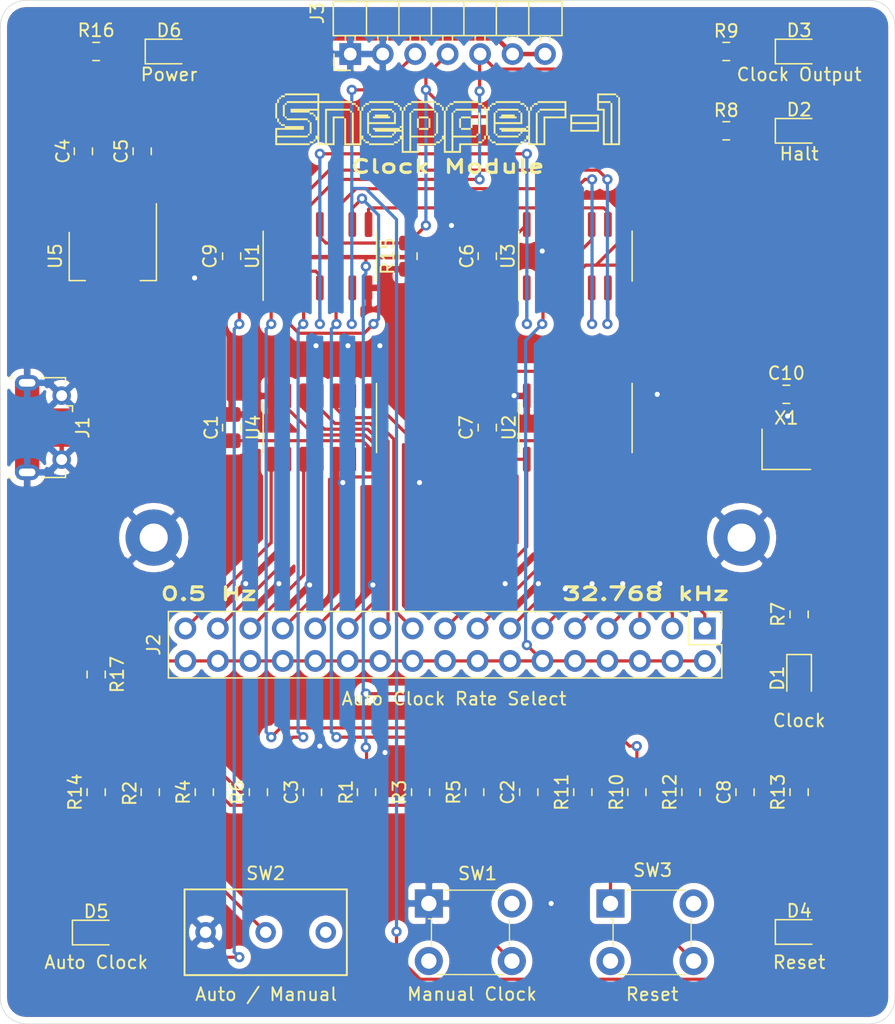
<source format=kicad_pcb>
(kicad_pcb (version 20171130) (host pcbnew 5.1.5-52549c5~84~ubuntu19.10.1)
  (layers (0 F.Cu signal hide) (31 B.Cu signal hide) (34 B.Paste user) (35 F.Paste user) (36 B.SilkS user) (37 F.SilkS user) (38 B.Mask user) (39 F.Mask user) (44 Edge.Cuts user))
  (net 0 "")
  (net 1 +3V3)
  (net 2 GND)
  (net 3 "Net-(C2-Pad1)")
  (net 4 "Net-(C3-Pad1)")
  (net 5 +5V)
  (net 6 "Net-(C8-Pad1)")
  (net 7 "Net-(D1-Pad2)")
  (net 8 "Net-(D1-Pad1)")
  (net 9 "Net-(D2-Pad1)")
  (net 10 /Halt_in)
  (net 11 "Net-(D3-Pad1)")
  (net 12 /Clock_out)
  (net 13 "Net-(D4-Pad1)")
  (net 14 /Reset_out)
  (net 15 "Net-(D5-Pad2)")
  (net 16 "Net-(D5-Pad1)")
  (net 17 "Net-(J1-Pad2)")
  (net 18 "Net-(J1-Pad4)")
  (net 19 "Net-(J1-Pad3)")
  (net 20 /32768Hz)
  (net 21 "Net-(J2-Pad10)")
  (net 22 /16384Hz)
  (net 23 /8192Hz)
  (net 24 /4096Hz)
  (net 25 /2048Hz)
  (net 26 /1024Hz)
  (net 27 /512Hz)
  (net 28 /256Hz)
  (net 29 /128Hz)
  (net 30 /64Hz)
  (net 31 /32Hz)
  (net 32 /16Hz)
  (net 33 /8Hz)
  (net 34 /4Hz)
  (net 35 /2Hz)
  (net 36 /1Hz)
  (net 37 /0.5Hz)
  (net 38 "Net-(R1-Pad2)")
  (net 39 "Net-(R2-Pad2)")
  (net 40 "Net-(R5-Pad2)")
  (net 41 "Net-(R6-Pad2)")
  (net 42 "Net-(R11-Pad1)")
  (net 43 "Net-(R12-Pad2)")
  (net 44 "Net-(U1-Pad13)")
  (net 45 "Net-(U1-Pad10)")
  (net 46 "Net-(U1-Pad2)")
  (net 47 "Net-(U1-Pad8)")
  (net 48 "Net-(U3-Pad11)")
  (net 49 "Net-(U3-Pad10)")
  (net 50 "Net-(D6-Pad1)")
  (module MountingHole:MountingHole_2.2mm_M2_Pad (layer F.Cu) (at 173 102)
    (fp_text reference " " (at 0 -3.2) (layer F.SilkS))
    (fp_text value MountingHole_2.2mm_M2_Pad)
    (pad 1 thru_hole circle (at 0 0) (size 4.4 4.4) (drill 2.2) (layers *.Cu *.Mask) (net 2 GND))
  )
  (module MountingHole:MountingHole_2.2mm_M2_Pad (layer F.Cu) (at 127 102)
    (fp_text reference " " (at 0 -3.2) (layer F.SilkS))
    (fp_text value MountingHole_2.2mm_M2_Pad)
    (pad 1 thru_hole circle (at 0 0) (size 4.4 4.4) (drill 2.2) (layers *.Cu *.Mask) (net 2 GND))
  )
  (module snepper:snepper (layer F.Cu) (at 150 69.6)
    (fp_text reference svg2mod hide)
    (fp_text value G*** hide)
  )
  (module digikey-footprints:Switch_Tactile_THT_6x6mm (layer F.Cu) (at 162.74125 130.6)
    (fp_text reference SW3 (at 3.3 -2.6) (layer F.SilkS))
    (fp_text value Reset (at 3.25875 7.1) (layer F.SilkS))
    (pad 3 thru_hole circle (at 0 4.5) (size 2.2 2.2) (drill 1.2) (layers *.Cu *.Mask))
    (pad 2 thru_hole circle (at 6.5 4.5) (size 2.2 2.2) (drill 1.2) (layers *.Cu *.Mask) (net 6 "Net-(C8-Pad1)"))
    (pad 4 thru_hole circle (at 6.5 0) (size 2.2 2.2) (drill 1.2) (layers *.Cu *.Mask))
    (pad 1 thru_hole rect (at 0 0) (size 2.2 2.2) (drill 1.2) (layers *.Cu *.Mask) (net 42 "Net-(R11-Pad1)"))
  )
  (module digikey-footprints:Switch_Tactile_THT_6x6mm (layer F.Cu) (at 148.5275 130.6)
    (fp_text reference SW1 (at 3.81 -2.3368) (layer F.SilkS))
    (fp_text value "Manual Clock" (at 3.3725 7.0866) (layer F.SilkS))
    (pad 1 thru_hole rect (at 0 0) (size 2.2 2.2) (drill 1.2) (layers *.Cu *.Mask) (net 2 GND))
    (pad 4 thru_hole circle (at 6.5 0) (size 2.2 2.2) (drill 1.2) (layers *.Cu *.Mask))
    (pad 2 thru_hole circle (at 6.5 4.5) (size 2.2 2.2) (drill 1.2) (layers *.Cu *.Mask) (net 38 "Net-(R1-Pad2)"))
    (pad 3 thru_hole circle (at 0 4.5) (size 2.2 2.2) (drill 1.2) (layers *.Cu *.Mask))
  )
  (module Capacitor_SMD:C_0805_2012Metric_Pad1.15x1.40mm_HandSolder (layer F.Cu) (at 133.1 93.4 90)
    (fp_text reference C1 (at 0 -1.6 90) (layer F.SilkS))
    (fp_text value "100 nF")
    (pad 1 smd roundrect (at -1.025 0 90) (size 1.15 1.4) (layers F.Cu F.Paste F.Mask) (roundrect_rratio 0.217391) (net 1 +3V3))
    (pad 2 smd roundrect (at 1.025 0 90) (size 1.15 1.4) (layers F.Cu F.Paste F.Mask) (roundrect_rratio 0.217391) (net 2 GND))
  )
  (module Capacitor_SMD:C_0805_2012Metric_Pad1.15x1.40mm_HandSolder (layer F.Cu) (at 156.346152 121.9 90)
    (fp_text reference C2 (at 0 -1.65 90) (layer F.SilkS))
    (fp_text value 0.1µF)
    (pad 1 smd roundrect (at -1.025 0 90) (size 1.15 1.4) (layers F.Cu F.Paste F.Mask) (roundrect_rratio 0.217391) (net 3 "Net-(C2-Pad1)"))
    (pad 2 smd roundrect (at 1.025 0 90) (size 1.15 1.4) (layers F.Cu F.Paste F.Mask) (roundrect_rratio 0.217391) (net 2 GND))
  )
  (module Capacitor_SMD:C_0805_2012Metric_Pad1.15x1.40mm_HandSolder (layer F.Cu) (at 139.423076 121.9 90)
    (fp_text reference C3 (at 0 -1.65 90) (layer F.SilkS))
    (fp_text value 0.1µF)
    (pad 2 smd roundrect (at 1.025 0 90) (size 1.15 1.4) (layers F.Cu F.Paste F.Mask) (roundrect_rratio 0.217391) (net 2 GND))
    (pad 1 smd roundrect (at -1.025 0 90) (size 1.15 1.4) (layers F.Cu F.Paste F.Mask) (roundrect_rratio 0.217391) (net 4 "Net-(C3-Pad1)"))
  )
  (module Capacitor_SMD:C_0805_2012Metric_Pad1.15x1.40mm_HandSolder (layer F.Cu) (at 121.5 71.8 270)
    (fp_text reference C4 (at 0 1.6 90) (layer F.SilkS))
    (fp_text value 10µF)
    (pad 2 smd roundrect (at 1.025 0 270) (size 1.15 1.4) (layers F.Cu F.Paste F.Mask) (roundrect_rratio 0.217391) (net 5 +5V))
    (pad 1 smd roundrect (at -1.025 0 270) (size 1.15 1.4) (layers F.Cu F.Paste F.Mask) (roundrect_rratio 0.217391) (net 2 GND))
  )
  (module Capacitor_SMD:C_0805_2012Metric_Pad1.15x1.40mm_HandSolder (layer F.Cu) (at 126.1 71.8 90)
    (fp_text reference C5 (at 0 -1.65 90) (layer F.SilkS))
    (fp_text value 10µF)
    (pad 1 smd roundrect (at -1.025 0 90) (size 1.15 1.4) (layers F.Cu F.Paste F.Mask) (roundrect_rratio 0.217391) (net 1 +3V3))
    (pad 2 smd roundrect (at 1.025 0 90) (size 1.15 1.4) (layers F.Cu F.Paste F.Mask) (roundrect_rratio 0.217391) (net 2 GND))
  )
  (module Capacitor_SMD:C_0805_2012Metric_Pad1.15x1.40mm_HandSolder (layer F.Cu) (at 153.1 80 270)
    (fp_text reference C6 (at 0 1.6 90) (layer F.SilkS))
    (fp_text value 100nF)
    (pad 2 smd roundrect (at 1.025 0 270) (size 1.15 1.4) (layers F.Cu F.Paste F.Mask) (roundrect_rratio 0.217391) (net 2 GND))
    (pad 1 smd roundrect (at -1.025 0 270) (size 1.15 1.4) (layers F.Cu F.Paste F.Mask) (roundrect_rratio 0.217391) (net 1 +3V3))
  )
  (module Capacitor_SMD:C_0805_2012Metric_Pad1.15x1.40mm_HandSolder (layer F.Cu) (at 153.1 93.4 90)
    (fp_text reference C7 (at 0 -1.65 90) (layer F.SilkS))
    (fp_text value 100nF)
    (pad 1 smd roundrect (at -1.025 0 90) (size 1.15 1.4) (layers F.Cu F.Paste F.Mask) (roundrect_rratio 0.217391) (net 1 +3V3))
    (pad 2 smd roundrect (at 1.025 0 90) (size 1.15 1.4) (layers F.Cu F.Paste F.Mask) (roundrect_rratio 0.217391) (net 2 GND))
  )
  (module Capacitor_SMD:C_0805_2012Metric_Pad1.15x1.40mm_HandSolder (layer F.Cu) (at 173.269228 121.9 90)
    (fp_text reference C8 (at 0 -1.65 90) (layer F.SilkS))
    (fp_text value 0.1µF)
    (pad 2 smd roundrect (at 1.025 0 90) (size 1.15 1.4) (layers F.Cu F.Paste F.Mask) (roundrect_rratio 0.217391) (net 2 GND))
    (pad 1 smd roundrect (at -1.025 0 90) (size 1.15 1.4) (layers F.Cu F.Paste F.Mask) (roundrect_rratio 0.217391) (net 6 "Net-(C8-Pad1)"))
  )
  (module Capacitor_SMD:C_0805_2012Metric_Pad1.15x1.40mm_HandSolder (layer F.Cu) (at 133.1 80 270)
    (fp_text reference C9 (at 0 1.7 90) (layer F.SilkS))
    (fp_text value 100nF)
    (pad 1 smd roundrect (at -1.025 0 270) (size 1.15 1.4) (layers F.Cu F.Paste F.Mask) (roundrect_rratio 0.217391) (net 1 +3V3))
    (pad 2 smd roundrect (at 1.025 0 270) (size 1.15 1.4) (layers F.Cu F.Paste F.Mask) (roundrect_rratio 0.217391) (net 2 GND))
  )
  (module Capacitor_SMD:C_0805_2012Metric_Pad1.15x1.40mm_HandSolder (layer F.Cu) (at 176.5 90.8)
    (fp_text reference C10 (at 0 -1.65) (layer F.SilkS))
    (fp_text value 100nF)
    (pad 2 smd roundrect (at 1.025 0) (size 1.15 1.4) (layers F.Cu F.Paste F.Mask) (roundrect_rratio 0.217391) (net 2 GND))
    (pad 1 smd roundrect (at -1.025 0) (size 1.15 1.4) (layers F.Cu F.Paste F.Mask) (roundrect_rratio 0.217391) (net 1 +3V3))
  )
  (module LED_SMD:LED_0805_2012Metric_Pad1.15x1.40mm_HandSolder (layer F.Cu) (at 177.5 113 270)
    (fp_text reference D1 (at 0 1.7 90) (layer F.SilkS))
    (fp_text value Clock (at 3.3 0 180) (layer F.SilkS))
    (pad 2 smd roundrect (at 1.025 0 270) (size 1.15 1.4) (layers F.Cu F.Paste F.Mask) (roundrect_rratio 0.217391) (net 7 "Net-(D1-Pad2)"))
    (pad 1 smd roundrect (at -1.025 0 270) (size 1.15 1.4) (layers F.Cu F.Paste F.Mask) (roundrect_rratio 0.217391) (net 8 "Net-(D1-Pad1)"))
  )
  (module LED_SMD:LED_0805_2012Metric_Pad1.15x1.40mm_HandSolder (layer F.Cu) (at 177.5 70.2)
    (fp_text reference D2 (at 0 -1.65) (layer F.SilkS))
    (fp_text value Halt (at 0 1.8) (layer F.SilkS))
    (pad 1 smd roundrect (at -1.025 0) (size 1.15 1.4) (layers F.Cu F.Paste F.Mask) (roundrect_rratio 0.217391) (net 9 "Net-(D2-Pad1)"))
    (pad 2 smd roundrect (at 1.025 0) (size 1.15 1.4) (layers F.Cu F.Paste F.Mask) (roundrect_rratio 0.217391) (net 10 /Halt_in))
  )
  (module LED_SMD:LED_0805_2012Metric_Pad1.15x1.40mm_HandSolder (layer F.Cu) (at 177.5 64)
    (fp_text reference D3 (at 0 -1.65) (layer F.SilkS))
    (fp_text value "Clock Output" (at 0 1.8) (layer F.SilkS))
    (pad 1 smd roundrect (at -1.025 0) (size 1.15 1.4) (layers F.Cu F.Paste F.Mask) (roundrect_rratio 0.217391) (net 11 "Net-(D3-Pad1)"))
    (pad 2 smd roundrect (at 1.025 0) (size 1.15 1.4) (layers F.Cu F.Paste F.Mask) (roundrect_rratio 0.217391) (net 12 /Clock_out))
  )
  (module LED_SMD:LED_0805_2012Metric_Pad1.15x1.40mm_HandSolder (layer F.Cu) (at 177.5 132.8275)
    (fp_text reference D4 (at 0 -1.65) (layer F.SilkS))
    (fp_text value Reset (at 0 2.3725) (layer F.SilkS))
    (pad 1 smd roundrect (at -1.025 0) (size 1.15 1.4) (layers F.Cu F.Paste F.Mask) (roundrect_rratio 0.217391) (net 13 "Net-(D4-Pad1)"))
    (pad 2 smd roundrect (at 1.025 0) (size 1.15 1.4) (layers F.Cu F.Paste F.Mask) (roundrect_rratio 0.217391) (net 14 /Reset_out))
  )
  (module LED_SMD:LED_0805_2012Metric_Pad1.15x1.40mm_HandSolder (layer F.Cu) (at 122.5 132.8725)
    (fp_text reference D5 (at 0 -1.65) (layer F.SilkS))
    (fp_text value "Auto Clock" (at 0 2.3275 180) (layer F.SilkS))
    (pad 2 smd roundrect (at 1.025 0) (size 1.15 1.4) (layers F.Cu F.Paste F.Mask) (roundrect_rratio 0.217391) (net 15 "Net-(D5-Pad2)"))
    (pad 1 smd roundrect (at -1.025 0) (size 1.15 1.4) (layers F.Cu F.Paste F.Mask) (roundrect_rratio 0.217391) (net 16 "Net-(D5-Pad1)"))
  )
  (module Connector_USB:USB_Micro-B_Molex-105017-0001 (layer F.Cu) (at 118.3375 93.4 270)
    (fp_text reference J1 (at 0 -3.1125 90) (layer F.SilkS))
    (fp_text value USB_B_Micro)
    (pad 6 smd rect (at 1 1.2375 270) (size 1.5 1.9) (layers F.Cu F.Paste F.Mask) (net 2 GND))
    (pad 6 thru_hole circle (at -2.5 -1.4625 270) (size 1.45 1.45) (drill 0.85) (layers *.Cu *.Mask) (net 2 GND))
    (pad 2 smd rect (at -0.65 -1.4625 270) (size 0.4 1.35) (layers F.Cu F.Paste F.Mask) (net 17 "Net-(J1-Pad2)"))
    (pad 1 smd rect (at -1.3 -1.4625 270) (size 0.4 1.35) (layers F.Cu F.Paste F.Mask) (net 5 +5V))
    (pad 5 smd rect (at 1.3 -1.4625 270) (size 0.4 1.35) (layers F.Cu F.Paste F.Mask) (net 2 GND))
    (pad 4 smd rect (at 0.65 -1.4625 270) (size 0.4 1.35) (layers F.Cu F.Paste F.Mask) (net 18 "Net-(J1-Pad4)"))
    (pad 3 smd rect (at 0 -1.4625 270) (size 0.4 1.35) (layers F.Cu F.Paste F.Mask) (net 19 "Net-(J1-Pad3)"))
    (pad 6 thru_hole circle (at 2.5 -1.4625 270) (size 1.45 1.45) (drill 0.85) (layers *.Cu *.Mask) (net 2 GND))
    (pad 6 smd rect (at -1 1.2375 270) (size 1.5 1.9) (layers F.Cu F.Paste F.Mask) (net 2 GND))
    (pad 6 thru_hole oval (at -3.5 1.2375 90) (size 1.2 1.9) (drill oval 0.6 1.3) (layers *.Cu *.Mask) (net 2 GND))
    (pad 6 thru_hole oval (at 3.5 1.2375 270) (size 1.2 1.9) (drill oval 0.6 1.3) (layers *.Cu *.Mask) (net 2 GND))
    (pad 6 smd rect (at 2.9 1.2375 270) (size 1.2 1.9) (layers F.Cu F.Mask) (net 2 GND))
    (pad 6 smd rect (at -2.9 1.2375 270) (size 1.2 1.9) (layers F.Cu F.Mask) (net 2 GND))
  )
  (module Connector_PinHeader_2.54mm:PinHeader_2x17_P2.54mm_Vertical (layer F.Cu) (at 170.12 109.1 270)
    (fp_text reference J2 (at 1.27 43.12 90) (layer F.SilkS))
    (fp_text value "Auto Clock Rate Select" (at 5.5 19.62 180) (layer F.SilkS))
    (pad 1 thru_hole rect (at 0 0 270) (size 1.7 1.7) (drill 1) (layers *.Cu *.Mask) (net 20 /32768Hz))
    (pad 2 thru_hole oval (at 2.54 0 270) (size 1.7 1.7) (drill 1) (layers *.Cu *.Mask) (net 21 "Net-(J2-Pad10)"))
    (pad 3 thru_hole oval (at 0 2.54 270) (size 1.7 1.7) (drill 1) (layers *.Cu *.Mask) (net 22 /16384Hz))
    (pad 4 thru_hole oval (at 2.54 2.54 270) (size 1.7 1.7) (drill 1) (layers *.Cu *.Mask) (net 21 "Net-(J2-Pad10)"))
    (pad 5 thru_hole oval (at 0 5.08 270) (size 1.7 1.7) (drill 1) (layers *.Cu *.Mask) (net 23 /8192Hz))
    (pad 6 thru_hole oval (at 2.54 5.08 270) (size 1.7 1.7) (drill 1) (layers *.Cu *.Mask) (net 21 "Net-(J2-Pad10)"))
    (pad 7 thru_hole oval (at 0 7.62 270) (size 1.7 1.7) (drill 1) (layers *.Cu *.Mask) (net 24 /4096Hz))
    (pad 8 thru_hole oval (at 2.54 7.62 270) (size 1.7 1.7) (drill 1) (layers *.Cu *.Mask) (net 21 "Net-(J2-Pad10)"))
    (pad 9 thru_hole oval (at 0 10.16 270) (size 1.7 1.7) (drill 1) (layers *.Cu *.Mask) (net 25 /2048Hz))
    (pad 10 thru_hole oval (at 2.54 10.16 270) (size 1.7 1.7) (drill 1) (layers *.Cu *.Mask) (net 21 "Net-(J2-Pad10)"))
    (pad 11 thru_hole oval (at 0 12.7 270) (size 1.7 1.7) (drill 1) (layers *.Cu *.Mask) (net 26 /1024Hz))
    (pad 12 thru_hole oval (at 2.54 12.7 270) (size 1.7 1.7) (drill 1) (layers *.Cu *.Mask) (net 21 "Net-(J2-Pad10)"))
    (pad 13 thru_hole oval (at 0 15.24 270) (size 1.7 1.7) (drill 1) (layers *.Cu *.Mask) (net 27 /512Hz))
    (pad 14 thru_hole oval (at 2.54 15.24 270) (size 1.7 1.7) (drill 1) (layers *.Cu *.Mask) (net 21 "Net-(J2-Pad10)"))
    (pad 15 thru_hole oval (at 0 17.78 270) (size 1.7 1.7) (drill 1) (layers *.Cu *.Mask) (net 28 /256Hz))
    (pad 16 thru_hole oval (at 2.54 17.78 270) (size 1.7 1.7) (drill 1) (layers *.Cu *.Mask) (net 21 "Net-(J2-Pad10)"))
    (pad 17 thru_hole oval (at 0 20.32 270) (size 1.7 1.7) (drill 1) (layers *.Cu *.Mask) (net 29 /128Hz))
    (pad 18 thru_hole oval (at 2.54 20.32 270) (size 1.7 1.7) (drill 1) (layers *.Cu *.Mask) (net 21 "Net-(J2-Pad10)"))
    (pad 19 thru_hole oval (at 0 22.86 270) (size 1.7 1.7) (drill 1) (layers *.Cu *.Mask) (net 30 /64Hz))
    (pad 20 thru_hole oval (at 2.54 22.86 270) (size 1.7 1.7) (drill 1) (layers *.Cu *.Mask) (net 21 "Net-(J2-Pad10)"))
    (pad 21 thru_hole oval (at 0 25.4 270) (size 1.7 1.7) (drill 1) (layers *.Cu *.Mask) (net 31 /32Hz))
    (pad 22 thru_hole oval (at 2.54 25.4 270) (size 1.7 1.7) (drill 1) (layers *.Cu *.Mask) (net 21 "Net-(J2-Pad10)"))
    (pad 23 thru_hole oval (at 0 27.94 270) (size 1.7 1.7) (drill 1) (layers *.Cu *.Mask) (net 32 /16Hz))
    (pad 24 thru_hole oval (at 2.54 27.94 270) (size 1.7 1.7) (drill 1) (layers *.Cu *.Mask) (net 21 "Net-(J2-Pad10)"))
    (pad 25 thru_hole oval (at 0 30.48 270) (size 1.7 1.7) (drill 1) (layers *.Cu *.Mask) (net 33 /8Hz))
    (pad 26 thru_hole oval (at 2.54 30.48 270) (size 1.7 1.7) (drill 1) (layers *.Cu *.Mask) (net 21 "Net-(J2-Pad10)"))
    (pad 27 thru_hole oval (at 0 33.02 270) (size 1.7 1.7) (drill 1) (layers *.Cu *.Mask) (net 34 /4Hz))
    (pad 28 thru_hole oval (at 2.54 33.02 270) (size 1.7 1.7) (drill 1) (layers *.Cu *.Mask) (net 21 "Net-(J2-Pad10)"))
    (pad 29 thru_hole oval (at 0 35.56 270) (size 1.7 1.7) (drill 1) (layers *.Cu *.Mask) (net 35 /2Hz))
    (pad 30 thru_hole oval (at 2.54 35.56 270) (size 1.7 1.7) (drill 1) (layers *.Cu *.Mask) (net 21 "Net-(J2-Pad10)"))
    (pad 31 thru_hole oval (at 0 38.1 270) (size 1.7 1.7) (drill 1) (layers *.Cu *.Mask) (net 36 /1Hz))
    (pad 32 thru_hole oval (at 2.54 38.1 270) (size 1.7 1.7) (drill 1) (layers *.Cu *.Mask) (net 21 "Net-(J2-Pad10)"))
    (pad 33 thru_hole oval (at 0 40.64 270) (size 1.7 1.7) (drill 1) (layers *.Cu *.Mask) (net 37 /0.5Hz))
    (pad 34 thru_hole oval (at 2.54 40.64 270) (size 1.7 1.7) (drill 1) (layers *.Cu *.Mask) (net 21 "Net-(J2-Pad10)"))
  )
  (module Connector_PinHeader_2.54mm:PinHeader_1x07_P2.54mm_Horizontal (layer F.Cu) (at 142.38 64.2 90)
    (fp_text reference J3 (at 3.2 -2.58 90) (layer F.SilkS))
    (fp_text value Conn_01x07_Male)
    (pad 1 thru_hole rect (at 0 0 90) (size 1.7 1.7) (drill 1) (layers *.Cu *.Mask) (net 2 GND))
    (pad 2 thru_hole oval (at 0 2.54 90) (size 1.7 1.7) (drill 1) (layers *.Cu *.Mask) (net 2 GND))
    (pad 3 thru_hole oval (at 0 5.08 90) (size 1.7 1.7) (drill 1) (layers *.Cu *.Mask) (net 14 /Reset_out))
    (pad 4 thru_hole oval (at 0 7.62 90) (size 1.7 1.7) (drill 1) (layers *.Cu *.Mask) (net 10 /Halt_in))
    (pad 5 thru_hole oval (at 0 10.16 90) (size 1.7 1.7) (drill 1) (layers *.Cu *.Mask) (net 12 /Clock_out))
    (pad 6 thru_hole oval (at 0 12.7 90) (size 1.7 1.7) (drill 1) (layers *.Cu *.Mask) (net 1 +3V3))
    (pad 7 thru_hole oval (at 0 15.24 90) (size 1.7 1.7) (drill 1) (layers *.Cu *.Mask) (net 1 +3V3))
  )
  (module Resistor_SMD:R_0805_2012Metric_Pad1.15x1.40mm_HandSolder (layer F.Cu) (at 143.653845 121.9 270)
    (fp_text reference R1 (at 0 1.6 90) (layer F.SilkS))
    (fp_text value 10k)
    (pad 1 smd roundrect (at -1.025 0 270) (size 1.15 1.4) (layers F.Cu F.Paste F.Mask) (roundrect_rratio 0.217391) (net 1 +3V3))
    (pad 2 smd roundrect (at 1.025 0 270) (size 1.15 1.4) (layers F.Cu F.Paste F.Mask) (roundrect_rratio 0.217391) (net 38 "Net-(R1-Pad2)"))
  )
  (module Resistor_SMD:R_0805_2012Metric_Pad1.15x1.40mm_HandSolder (layer F.Cu) (at 126.730769 121.9 270)
    (fp_text reference R2 (at 0.1 1.6 90) (layer F.SilkS))
    (fp_text value 10k)
    (pad 2 smd roundrect (at 1.025 0 270) (size 1.15 1.4) (layers F.Cu F.Paste F.Mask) (roundrect_rratio 0.217391) (net 39 "Net-(R2-Pad2)"))
    (pad 1 smd roundrect (at -1.025 0 270) (size 1.15 1.4) (layers F.Cu F.Paste F.Mask) (roundrect_rratio 0.217391) (net 1 +3V3))
  )
  (module Resistor_SMD:R_0805_2012Metric_Pad1.15x1.40mm_HandSolder (layer F.Cu) (at 147.884614 121.9 90)
    (fp_text reference R3 (at 0 -1.65 90) (layer F.SilkS))
    (fp_text value 10k)
    (pad 2 smd roundrect (at 1.025 0 90) (size 1.15 1.4) (layers F.Cu F.Paste F.Mask) (roundrect_rratio 0.217391) (net 3 "Net-(C2-Pad1)"))
    (pad 1 smd roundrect (at -1.025 0 90) (size 1.15 1.4) (layers F.Cu F.Paste F.Mask) (roundrect_rratio 0.217391) (net 38 "Net-(R1-Pad2)"))
  )
  (module Resistor_SMD:R_0805_2012Metric_Pad1.15x1.40mm_HandSolder (layer F.Cu) (at 130.961538 121.9 90)
    (fp_text reference R4 (at 0 -1.65 90) (layer F.SilkS))
    (fp_text value 10k)
    (pad 1 smd roundrect (at -1.025 0 90) (size 1.15 1.4) (layers F.Cu F.Paste F.Mask) (roundrect_rratio 0.217391) (net 39 "Net-(R2-Pad2)"))
    (pad 2 smd roundrect (at 1.025 0 90) (size 1.15 1.4) (layers F.Cu F.Paste F.Mask) (roundrect_rratio 0.217391) (net 4 "Net-(C3-Pad1)"))
  )
  (module Resistor_SMD:R_0805_2012Metric_Pad1.15x1.40mm_HandSolder (layer F.Cu) (at 152.115383 121.9 90)
    (fp_text reference R5 (at 0 -1.65 90) (layer F.SilkS))
    (fp_text value 1k)
    (pad 2 smd roundrect (at 1.025 0 90) (size 1.15 1.4) (layers F.Cu F.Paste F.Mask) (roundrect_rratio 0.217391) (net 40 "Net-(R5-Pad2)"))
    (pad 1 smd roundrect (at -1.025 0 90) (size 1.15 1.4) (layers F.Cu F.Paste F.Mask) (roundrect_rratio 0.217391) (net 3 "Net-(C2-Pad1)"))
  )
  (module Resistor_SMD:R_0805_2012Metric_Pad1.15x1.40mm_HandSolder (layer F.Cu) (at 135.192307 121.9 90)
    (fp_text reference R6 (at 0 -1.65 90) (layer F.SilkS))
    (fp_text value 1k)
    (pad 1 smd roundrect (at -1.025 0 90) (size 1.15 1.4) (layers F.Cu F.Paste F.Mask) (roundrect_rratio 0.217391) (net 4 "Net-(C3-Pad1)"))
    (pad 2 smd roundrect (at 1.025 0 90) (size 1.15 1.4) (layers F.Cu F.Paste F.Mask) (roundrect_rratio 0.217391) (net 41 "Net-(R6-Pad2)"))
  )
  (module Resistor_SMD:R_0805_2012Metric_Pad1.15x1.40mm_HandSolder (layer F.Cu) (at 177.5 108 90)
    (fp_text reference R7 (at 0 -1.65 90) (layer F.SilkS))
    (fp_text value R)
    (pad 1 smd roundrect (at -1.025 0 90) (size 1.15 1.4) (layers F.Cu F.Paste F.Mask) (roundrect_rratio 0.217391) (net 8 "Net-(D1-Pad1)"))
    (pad 2 smd roundrect (at 1.025 0 90) (size 1.15 1.4) (layers F.Cu F.Paste F.Mask) (roundrect_rratio 0.217391) (net 2 GND))
  )
  (module Resistor_SMD:R_0805_2012Metric_Pad1.15x1.40mm_HandSolder (layer F.Cu) (at 171.8 70.2 180)
    (fp_text reference R8 (at 0 1.6) (layer F.SilkS))
    (fp_text value R)
    (pad 2 smd roundrect (at 1.025 0 180) (size 1.15 1.4) (layers F.Cu F.Paste F.Mask) (roundrect_rratio 0.217391) (net 2 GND))
    (pad 1 smd roundrect (at -1.025 0 180) (size 1.15 1.4) (layers F.Cu F.Paste F.Mask) (roundrect_rratio 0.217391) (net 9 "Net-(D2-Pad1)"))
  )
  (module Resistor_SMD:R_0805_2012Metric_Pad1.15x1.40mm_HandSolder (layer F.Cu) (at 171.8 64 180)
    (fp_text reference R9 (at 0 1.6) (layer F.SilkS))
    (fp_text value R)
    (pad 2 smd roundrect (at 1.025 0 180) (size 1.15 1.4) (layers F.Cu F.Paste F.Mask) (roundrect_rratio 0.217391) (net 2 GND))
    (pad 1 smd roundrect (at -1.025 0 180) (size 1.15 1.4) (layers F.Cu F.Paste F.Mask) (roundrect_rratio 0.217391) (net 11 "Net-(D3-Pad1)"))
  )
  (module Resistor_SMD:R_0805_2012Metric_Pad1.15x1.40mm_HandSolder (layer F.Cu) (at 164.80769 121.9 270)
    (fp_text reference R10 (at 0 1.6 90) (layer F.SilkS))
    (fp_text value 10k)
    (pad 2 smd roundrect (at 1.025 0 270) (size 1.15 1.4) (layers F.Cu F.Paste F.Mask) (roundrect_rratio 0.217391) (net 6 "Net-(C8-Pad1)"))
    (pad 1 smd roundrect (at -1.025 0 270) (size 1.15 1.4) (layers F.Cu F.Paste F.Mask) (roundrect_rratio 0.217391) (net 1 +3V3))
  )
  (module Resistor_SMD:R_0805_2012Metric_Pad1.15x1.40mm_HandSolder (layer F.Cu) (at 160.576921 121.9 90)
    (fp_text reference R11 (at 0 -1.65 90) (layer F.SilkS))
    (fp_text value 100)
    (pad 1 smd roundrect (at -1.025 0 90) (size 1.15 1.4) (layers F.Cu F.Paste F.Mask) (roundrect_rratio 0.217391) (net 42 "Net-(R11-Pad1)"))
    (pad 2 smd roundrect (at 1.025 0 90) (size 1.15 1.4) (layers F.Cu F.Paste F.Mask) (roundrect_rratio 0.217391) (net 2 GND))
  )
  (module Resistor_SMD:R_0805_2012Metric_Pad1.15x1.40mm_HandSolder (layer F.Cu) (at 169.038459 121.9 90)
    (fp_text reference R12 (at 0 -1.65 90) (layer F.SilkS))
    (fp_text value 1k)
    (pad 1 smd roundrect (at -1.025 0 90) (size 1.15 1.4) (layers F.Cu F.Paste F.Mask) (roundrect_rratio 0.217391) (net 6 "Net-(C8-Pad1)"))
    (pad 2 smd roundrect (at 1.025 0 90) (size 1.15 1.4) (layers F.Cu F.Paste F.Mask) (roundrect_rratio 0.217391) (net 43 "Net-(R12-Pad2)"))
  )
  (module Resistor_SMD:R_0805_2012Metric_Pad1.15x1.40mm_HandSolder (layer F.Cu) (at 177.5 121.9 90)
    (fp_text reference R13 (at 0 -1.65 90) (layer F.SilkS))
    (fp_text value R)
    (pad 1 smd roundrect (at -1.025 0 90) (size 1.15 1.4) (layers F.Cu F.Paste F.Mask) (roundrect_rratio 0.217391) (net 13 "Net-(D4-Pad1)"))
    (pad 2 smd roundrect (at 1.025 0 90) (size 1.15 1.4) (layers F.Cu F.Paste F.Mask) (roundrect_rratio 0.217391) (net 2 GND))
  )
  (module Resistor_SMD:R_0805_2012Metric_Pad1.15x1.40mm_HandSolder (layer F.Cu) (at 122.5 121.9 90)
    (fp_text reference R14 (at 0 -1.65 90) (layer F.SilkS))
    (fp_text value R)
    (pad 2 smd roundrect (at 1.025 0 90) (size 1.15 1.4) (layers F.Cu F.Paste F.Mask) (roundrect_rratio 0.217391) (net 2 GND))
    (pad 1 smd roundrect (at -1.025 0 90) (size 1.15 1.4) (layers F.Cu F.Paste F.Mask) (roundrect_rratio 0.217391) (net 16 "Net-(D5-Pad1)"))
  )
  (module Resistor_SMD:R_0805_2012Metric_Pad1.15x1.40mm_HandSolder (layer F.Cu) (at 146.9 80 270)
    (fp_text reference R15 (at 0 1.6 90) (layer F.SilkS))
    (fp_text value 10k)
    (pad 1 smd roundrect (at -1.025 0 270) (size 1.15 1.4) (layers F.Cu F.Paste F.Mask) (roundrect_rratio 0.217391) (net 10 /Halt_in))
    (pad 2 smd roundrect (at 1.025 0 270) (size 1.15 1.4) (layers F.Cu F.Paste F.Mask) (roundrect_rratio 0.217391) (net 2 GND))
  )
  (module joppy-custom:Switch_12.7mm_XKB (layer F.Cu) (at 135.76375 132.85)
    (fp_text reference SW2 (at 0 -4.6) (layer F.SilkS))
    (fp_text value "Auto / Manual" (at 0.03625 4.85) (layer F.SilkS))
    (pad 1 thru_hole circle (at -4.7 0) (size 1.6 1.6) (drill 0.9) (layers *.Cu *.Mask) (net 2 GND))
    (pad 2 thru_hole circle (at 0 0) (size 1.6 1.6) (drill 0.9) (layers *.Cu *.Mask) (net 39 "Net-(R2-Pad2)"))
    (pad 3 thru_hole circle (at 4.7 0) (size 1.6 1.6) (drill 0.9) (layers *.Cu *.Mask))
  )
  (module Package_SO:SOIC-14_3.9x8.7mm_P1.27mm (layer F.Cu) (at 140 80 90)
    (fp_text reference U1 (at 0 -5.28 90) (layer F.SilkS))
    (fp_text value 74HC14)
    (pad 14 smd roundrect (at 2.475 -3.81 90) (size 1.95 0.6) (layers F.Cu F.Paste F.Mask) (net 1 +3V3))
    (pad 13 smd roundrect (at 2.475 -2.54 90) (size 1.95 0.6) (layers F.Cu F.Paste F.Mask) (net 44 "Net-(U1-Pad13)"))
    (pad 12 smd roundrect (at 2.475 -1.27 90) (size 1.95 0.6) (layers F.Cu F.Paste F.Mask) (net 12 /Clock_out))
    (pad 11 smd roundrect (at 2.475 0 90) (size 1.95 0.6) (layers F.Cu F.Paste F.Mask) (net 10 /Halt_in))
    (pad 10 smd roundrect (at 2.475 1.27 90) (size 1.95 0.6) (layers F.Cu F.Paste F.Mask) (net 45 "Net-(U1-Pad10)"))
    (pad 9 smd roundrect (at 2.475 2.54 90) (size 1.95 0.6) (layers F.Cu F.Paste F.Mask) (net 46 "Net-(U1-Pad2)"))
    (pad 8 smd roundrect (at 2.475 3.81 90) (size 1.95 0.6) (layers F.Cu F.Paste F.Mask) (net 47 "Net-(U1-Pad8)"))
    (pad 7 smd roundrect (at -2.475 3.81 90) (size 1.95 0.6) (layers F.Cu F.Paste F.Mask) (net 2 GND))
    (pad 6 smd roundrect (at -2.475 2.54 90) (size 1.95 0.6) (layers F.Cu F.Paste F.Mask) (net 14 /Reset_out))
    (pad 5 smd roundrect (at -2.475 1.27 90) (size 1.95 0.6) (layers F.Cu F.Paste F.Mask) (net 43 "Net-(R12-Pad2)"))
    (pad 4 smd roundrect (at -2.475 0 90) (size 1.95 0.6) (layers F.Cu F.Paste F.Mask) (net 15 "Net-(D5-Pad2)"))
    (pad 3 smd roundrect (at -2.475 -1.27 90) (size 1.95 0.6) (layers F.Cu F.Paste F.Mask) (net 41 "Net-(R6-Pad2)"))
    (pad 2 smd roundrect (at -2.475 -2.54 90) (size 1.95 0.6) (layers F.Cu F.Paste F.Mask) (net 46 "Net-(U1-Pad2)"))
    (pad 1 smd roundrect (at -2.475 -3.81 90) (size 1.95 0.6) (layers F.Cu F.Paste F.Mask) (net 40 "Net-(R5-Pad2)"))
  )
  (module Package_SO:SOIC-14_3.9x8.7mm_P1.27mm (layer F.Cu) (at 160 93.4 270)
    (fp_text reference U2 (at 0 5.2 90) (layer F.SilkS))
    (fp_text value 74HC393)
    (pad 1 smd roundrect (at -2.475 -3.81 270) (size 1.95 0.6) (layers F.Cu F.Paste F.Mask) (net 20 /32768Hz))
    (pad 2 smd roundrect (at -2.475 -2.54 270) (size 1.95 0.6) (layers F.Cu F.Paste F.Mask) (net 2 GND))
    (pad 3 smd roundrect (at -2.475 -1.27 270) (size 1.95 0.6) (layers F.Cu F.Paste F.Mask) (net 22 /16384Hz))
    (pad 4 smd roundrect (at -2.475 0 270) (size 1.95 0.6) (layers F.Cu F.Paste F.Mask) (net 23 /8192Hz))
    (pad 5 smd roundrect (at -2.475 1.27 270) (size 1.95 0.6) (layers F.Cu F.Paste F.Mask) (net 24 /4096Hz))
    (pad 6 smd roundrect (at -2.475 2.54 270) (size 1.95 0.6) (layers F.Cu F.Paste F.Mask) (net 25 /2048Hz))
    (pad 7 smd roundrect (at -2.475 3.81 270) (size 1.95 0.6) (layers F.Cu F.Paste F.Mask) (net 2 GND))
    (pad 8 smd roundrect (at 2.475 3.81 270) (size 1.95 0.6) (layers F.Cu F.Paste F.Mask) (net 29 /128Hz))
    (pad 9 smd roundrect (at 2.475 2.54 270) (size 1.95 0.6) (layers F.Cu F.Paste F.Mask) (net 28 /256Hz))
    (pad 10 smd roundrect (at 2.475 1.27 270) (size 1.95 0.6) (layers F.Cu F.Paste F.Mask) (net 27 /512Hz))
    (pad 11 smd roundrect (at 2.475 0 270) (size 1.95 0.6) (layers F.Cu F.Paste F.Mask) (net 26 /1024Hz))
    (pad 12 smd roundrect (at 2.475 -1.27 270) (size 1.95 0.6) (layers F.Cu F.Paste F.Mask) (net 2 GND))
    (pad 13 smd roundrect (at 2.475 -2.54 270) (size 1.95 0.6) (layers F.Cu F.Paste F.Mask) (net 25 /2048Hz))
    (pad 14 smd roundrect (at 2.475 -3.81 270) (size 1.95 0.6) (layers F.Cu F.Paste F.Mask) (net 1 +3V3))
  )
  (module Package_SO:SOIC-14_3.9x8.7mm_P1.27mm (layer F.Cu) (at 160 80 90)
    (fp_text reference U3 (at 0 -5.28 90) (layer F.SilkS))
    (fp_text value 74HC00)
    (pad 14 smd roundrect (at 2.475 -3.81 90) (size 1.95 0.6) (layers F.Cu F.Paste F.Mask) (net 1 +3V3))
    (pad 13 smd roundrect (at 2.475 -2.54 90) (size 1.95 0.6) (layers F.Cu F.Paste F.Mask) (net 2 GND))
    (pad 12 smd roundrect (at 2.475 -1.27 90) (size 1.95 0.6) (layers F.Cu F.Paste F.Mask) (net 2 GND))
    (pad 11 smd roundrect (at 2.475 0 90) (size 1.95 0.6) (layers F.Cu F.Paste F.Mask) (net 48 "Net-(U3-Pad11)"))
    (pad 10 smd roundrect (at 2.475 1.27 90) (size 1.95 0.6) (layers F.Cu F.Paste F.Mask) (net 49 "Net-(U3-Pad10)"))
    (pad 9 smd roundrect (at 2.475 2.54 90) (size 1.95 0.6) (layers F.Cu F.Paste F.Mask) (net 47 "Net-(U1-Pad8)"))
    (pad 8 smd roundrect (at 2.475 3.81 90) (size 1.95 0.6) (layers F.Cu F.Paste F.Mask) (net 7 "Net-(D1-Pad2)"))
    (pad 7 smd roundrect (at -2.475 3.81 90) (size 1.95 0.6) (layers F.Cu F.Paste F.Mask) (net 2 GND))
    (pad 6 smd roundrect (at -2.475 2.54 90) (size 1.95 0.6) (layers F.Cu F.Paste F.Mask) (net 44 "Net-(U1-Pad13)"))
    (pad 5 smd roundrect (at -2.475 1.27 90) (size 1.95 0.6) (layers F.Cu F.Paste F.Mask) (net 45 "Net-(U1-Pad10)"))
    (pad 4 smd roundrect (at -2.475 0 90) (size 1.95 0.6) (layers F.Cu F.Paste F.Mask) (net 7 "Net-(D1-Pad2)"))
    (pad 3 smd roundrect (at -2.475 -1.27 90) (size 1.95 0.6) (layers F.Cu F.Paste F.Mask) (net 49 "Net-(U3-Pad10)"))
    (pad 2 smd roundrect (at -2.475 -2.54 90) (size 1.95 0.6) (layers F.Cu F.Paste F.Mask) (net 21 "Net-(J2-Pad10)"))
    (pad 1 smd roundrect (at -2.475 -3.81 90) (size 1.95 0.6) (layers F.Cu F.Paste F.Mask) (net 15 "Net-(D5-Pad2)"))
  )
  (module Package_SO:SOIC-14_3.9x8.7mm_P1.27mm (layer F.Cu) (at 140 93.4 270)
    (fp_text reference U4 (at 0 5.2 90) (layer F.SilkS))
    (fp_text value 74HC393)
    (pad 1 smd roundrect (at -2.475 -3.81 270) (size 1.95 0.6) (layers F.Cu F.Paste F.Mask) (net 29 /128Hz))
    (pad 2 smd roundrect (at -2.475 -2.54 270) (size 1.95 0.6) (layers F.Cu F.Paste F.Mask) (net 2 GND))
    (pad 3 smd roundrect (at -2.475 -1.27 270) (size 1.95 0.6) (layers F.Cu F.Paste F.Mask) (net 30 /64Hz))
    (pad 4 smd roundrect (at -2.475 0 270) (size 1.95 0.6) (layers F.Cu F.Paste F.Mask) (net 31 /32Hz))
    (pad 5 smd roundrect (at -2.475 1.27 270) (size 1.95 0.6) (layers F.Cu F.Paste F.Mask) (net 32 /16Hz))
    (pad 6 smd roundrect (at -2.475 2.54 270) (size 1.95 0.6) (layers F.Cu F.Paste F.Mask) (net 33 /8Hz))
    (pad 7 smd roundrect (at -2.475 3.81 270) (size 1.95 0.6) (layers F.Cu F.Paste F.Mask) (net 2 GND))
    (pad 8 smd roundrect (at 2.475 3.81 270) (size 1.95 0.6) (layers F.Cu F.Paste F.Mask) (net 37 /0.5Hz))
    (pad 9 smd roundrect (at 2.475 2.54 270) (size 1.95 0.6) (layers F.Cu F.Paste F.Mask) (net 36 /1Hz))
    (pad 10 smd roundrect (at 2.475 1.27 270) (size 1.95 0.6) (layers F.Cu F.Paste F.Mask) (net 35 /2Hz))
    (pad 11 smd roundrect (at 2.475 0 270) (size 1.95 0.6) (layers F.Cu F.Paste F.Mask) (net 34 /4Hz))
    (pad 12 smd roundrect (at 2.475 -1.27 270) (size 1.95 0.6) (layers F.Cu F.Paste F.Mask) (net 2 GND))
    (pad 13 smd roundrect (at 2.475 -2.54 270) (size 1.95 0.6) (layers F.Cu F.Paste F.Mask) (net 33 /8Hz))
    (pad 14 smd roundrect (at 2.475 -3.81 270) (size 1.95 0.6) (layers F.Cu F.Paste F.Mask) (net 1 +3V3))
  )
  (module Package_TO_SOT_SMD:SOT-223 (layer F.Cu) (at 123.8 80 270)
    (fp_text reference U5 (at 0 4.5 90) (layer F.SilkS))
    (fp_text value LM1117-3.3)
    (pad 4 smd rect (at 3.15 0 270) (size 2 3.8) (layers F.Cu F.Paste F.Mask))
    (pad 2 smd rect (at -3.15 0 270) (size 2 1.5) (layers F.Cu F.Paste F.Mask) (net 1 +3V3))
    (pad 3 smd rect (at -3.15 2.3 270) (size 2 1.5) (layers F.Cu F.Paste F.Mask) (net 5 +5V))
    (pad 1 smd rect (at -3.15 -2.3 270) (size 2 1.5) (layers F.Cu F.Paste F.Mask) (net 2 GND))
  )
  (module Oscillator:Oscillator_SMD_Abracon_ASE-4Pin_3.2x2.5mm (layer F.Cu) (at 176.5 95.1)
    (fp_text reference X1 (at 0 -2.45) (layer F.SilkS))
    (fp_text value "32.768 kHz")
    (pad 1 smd rect (at -1.05 0.825) (size 1.3 1.1) (layers F.Cu F.Paste F.Mask) (net 1 +3V3))
    (pad 2 smd rect (at 1.05 0.825) (size 1.3 1.1) (layers F.Cu F.Paste F.Mask) (net 2 GND))
    (pad 3 smd rect (at 1.05 -0.825) (size 1.3 1.1) (layers F.Cu F.Paste F.Mask) (net 20 /32768Hz))
    (pad 4 smd rect (at -1.05 -0.825) (size 1.3 1.1) (layers F.Cu F.Paste F.Mask) (net 1 +3V3))
  )
  (module LED_SMD:LED_0805_2012Metric_Pad1.15x1.40mm_HandSolder (layer F.Cu) (at 128.2 64)
    (fp_text reference D6 (at 0 -1.65) (layer F.SilkS))
    (fp_text value Power (at 0 1.8) (layer F.SilkS))
    (pad 1 smd roundrect (at -1.025 0) (size 1.15 1.4) (layers F.Cu F.Paste F.Mask) (roundrect_rratio 0.217391) (net 50 "Net-(D6-Pad1)"))
    (pad 2 smd roundrect (at 1.025 0) (size 1.15 1.4) (layers F.Cu F.Paste F.Mask) (roundrect_rratio 0.217391) (net 1 +3V3))
  )
  (module Resistor_SMD:R_0805_2012Metric_Pad1.15x1.40mm_HandSolder (layer F.Cu) (at 122.5 64)
    (fp_text reference R16 (at 0 -1.65) (layer F.SilkS))
    (fp_text value R)
    (pad 1 smd roundrect (at -1.025 0) (size 1.15 1.4) (layers F.Cu F.Paste F.Mask) (roundrect_rratio 0.217391) (net 2 GND))
    (pad 2 smd roundrect (at 1.025 0) (size 1.15 1.4) (layers F.Cu F.Paste F.Mask) (roundrect_rratio 0.217391) (net 50 "Net-(D6-Pad1)"))
  )
  (module Resistor_SMD:R_0805_2012Metric_Pad1.15x1.40mm_HandSolder (layer F.Cu) (at 122.5 112.7 270)
    (fp_text reference R17 (at 0 -1.65 90) (layer F.SilkS))
    (fp_text value 10k)
    (pad 1 smd roundrect (at -1.025 0 270) (size 1.15 1.4) (layers F.Cu F.Paste F.Mask) (roundrect_rratio 0.217391) (net 21 "Net-(J2-Pad10)"))
    (pad 2 smd roundrect (at 1.025 0 270) (size 1.15 1.4) (layers F.Cu F.Paste F.Mask) (roundrect_rratio 0.217391) (net 2 GND))
  )
  (gr_text "Clock Module" (at 150 73) (layer F.SilkS) (effects (font (size 1 1.5) (thickness 0.25))))
  (gr_text "32.768 kHz" (at 165.5 106.4) (layer F.SilkS) (effects (font (size 1 1.5) (thickness 0.25))))
  (gr_text "0.5 Hz" (at 131.3 106.4) (layer F.SilkS) (effects (font (size 1 1.5) (thickness 0.25))))
  (gr_arc (start 183 138) (end 183 140) (angle -90) (layer Edge.Cuts) (width 0.05))
  (gr_arc (start 117 138) (end 115 138) (angle -90) (layer Edge.Cuts) (width 0.05))
  (gr_arc (start 117 62) (end 117 60) (angle -90) (layer Edge.Cuts) (width 0.05))
  (gr_arc (start 183 62) (end 185 62) (angle -90) (layer Edge.Cuts) (width 0.05))
  (gr_line (start 115 62) (end 115 138) (layer Edge.Cuts) (width 0.05))
  (gr_line (start 117 140) (end 183 140) (layer Edge.Cuts) (width 0.05))
  (gr_line (start 185 62) (end 185 138) (layer Edge.Cuts) (width 0.05))
  (gr_line (start 117 60) (end 183 60) (layer Edge.Cuts) (width 0.05))
  (via (at 141.8 97.7) (size 0.8) (drill 0.4) (layers F.Cu B.Cu) (net 2))
  (via (at 143.3 75.5) (size 0.8) (drill 0.4) (layers F.Cu B.Cu) (net 46))
  (via (at 143.6 118.4) (size 0.8) (drill 0.4) (layers F.Cu B.Cu) (net 1))
  (via (at 156.2 85.3) (size 0.8) (drill 0.4) (layers F.Cu B.Cu) (net 15))
  (via (at 161.3 85.3) (size 0.8) (drill 0.4) (layers F.Cu B.Cu) (net 45))
  (via (at 162.5 85.3) (size 0.8) (drill 0.4) (layers F.Cu B.Cu) (net 44))
  (via (at 152.5 67.1) (size 0.8) (drill 0.4) (layers F.Cu B.Cu) (net 12))
  (via (at 148.3 67) (size 0.8) (drill 0.4) (layers F.Cu B.Cu) (net 10))
  (via (at 133.7 85.3) (size 0.8) (drill 0.4) (layers F.Cu B.Cu) (net 15))
  (via (at 141.3 85.3) (size 0.8) (drill 0.4) (layers F.Cu B.Cu) (net 43))
  (via (at 136.2 85.3) (size 0.8) (drill 0.4) (layers F.Cu B.Cu) (net 40))
  (via (at 142.5 85.3) (size 0.8) (drill 0.4) (layers F.Cu B.Cu) (net 14))
  (via (at 157.4 85.3) (size 0.8) (drill 0.4) (layers F.Cu B.Cu) (net 21))
  (via (at 138.7 85.3) (size 0.8) (drill 0.4) (layers F.Cu B.Cu) (net 41))
  (segment (start 126.730769 120.3) (end 126.730769 120.875) (width 0.25) (layer F.Cu) (net 1))
  (segment (start 127.055779 119.97499) (end 126.730769 120.3) (width 0.25) (layer F.Cu) (net 1))
  (segment (start 143.653845 120.875) (end 143.653845 121.45) (width 0.25) (layer F.Cu) (net 1))
  (segment (start 143.203845 121.9) (end 133.8 121.9) (width 0.25) (layer F.Cu) (net 1))
  (segment (start 143.653845 121.45) (end 143.203845 121.9) (width 0.25) (layer F.Cu) (net 1))
  (segment (start 133.8 121.9) (end 131.87499 119.97499) (width 0.25) (layer F.Cu) (net 1))
  (segment (start 131.87499 119.97499) (end 127.055779 119.97499) (width 0.25) (layer F.Cu) (net 1))
  (segment (start 143.81 94.9) (end 143.81 95.875) (width 0.25) (layer F.Cu) (net 1))
  (segment (start 143.335 94.425) (end 143.81 94.9) (width 0.25) (layer F.Cu) (net 1))
  (segment (start 133.1 94.425) (end 143.335 94.425) (width 0.25) (layer F.Cu) (net 1))
  (segment (start 163.81 94.9) (end 163.81 95.875) (width 0.25) (layer F.Cu) (net 1))
  (segment (start 163.335 94.425) (end 163.81 94.9) (width 0.25) (layer F.Cu) (net 1))
  (segment (start 153.1 94.425) (end 163.335 94.425) (width 0.25) (layer F.Cu) (net 1))
  (segment (start 154.74 78.975) (end 156.19 77.525) (width 0.25) (layer F.Cu) (net 1))
  (segment (start 153.1 78.975) (end 154.74 78.975) (width 0.25) (layer F.Cu) (net 1))
  (segment (start 134.74 78.975) (end 136.19 77.525) (width 0.25) (layer F.Cu) (net 1))
  (segment (start 133.1 78.975) (end 134.74 78.975) (width 0.25) (layer F.Cu) (net 1))
  (segment (start 175.45 95.925) (end 175.45 94.275) (width 0.25) (layer F.Cu) (net 1))
  (segment (start 175.45 90.825) (end 175.475 90.8) (width 0.25) (layer F.Cu) (net 1))
  (segment (start 175.45 94.275) (end 175.45 90.825) (width 0.25) (layer F.Cu) (net 1))
  (segment (start 125.4 72.825) (end 126.1 72.825) (width 0.35) (layer F.Cu) (net 1))
  (segment (start 123.8 74.425) (end 125.4 72.825) (width 0.35) (layer F.Cu) (net 1))
  (segment (start 123.8 76.85) (end 123.8 74.425) (width 0.35) (layer F.Cu) (net 1))
  (segment (start 157.62 64.2) (end 155.08 64.2) (width 0.35) (layer F.Cu) (net 1))
  (segment (start 126.8 72.825) (end 126.1 72.825) (width 0.35) (layer F.Cu) (net 1))
  (segment (start 136.650001 62.974999) (end 126.8 72.825) (width 0.35) (layer F.Cu) (net 1))
  (segment (start 153.854999 62.974999) (end 136.650001 62.974999) (width 0.35) (layer F.Cu) (net 1))
  (segment (start 155.08 64.2) (end 153.854999 62.974999) (width 0.35) (layer F.Cu) (net 1))
  (segment (start 123.8 70.125) (end 123.8 74.425) (width 0.25) (layer F.Cu) (net 1))
  (segment (start 129.225 64.7) (end 123.8 70.125) (width 0.25) (layer F.Cu) (net 1))
  (segment (start 129.225 64) (end 129.225 64.7) (width 0.25) (layer F.Cu) (net 1))
  (segment (start 132.4 94.425) (end 133.1 94.425) (width 0.35) (layer F.Cu) (net 1))
  (segment (start 132.02499 94.04999) (end 132.4 94.425) (width 0.35) (layer F.Cu) (net 1))
  (segment (start 132.02499 86.42499) (end 132.02499 94.04999) (width 0.35) (layer F.Cu) (net 1))
  (segment (start 123.8 78.2) (end 132.02499 86.42499) (width 0.35) (layer F.Cu) (net 1))
  (segment (start 123.8 78.1) (end 123.8 76.85) (width 0.25) (layer F.Cu) (net 1))
  (segment (start 133.1 78.975) (end 133.8 78.975) (width 0.25) (layer F.Cu) (net 1))
  (segment (start 123.8 78.2) (end 124.575 78.975) (width 0.35) (layer F.Cu) (net 1))
  (segment (start 153.8 94.425) (end 153.1 94.425) (width 0.35) (layer F.Cu) (net 1))
  (segment (start 153.80889 80.07499) (end 154.17501 80.44111) (width 0.35) (layer F.Cu) (net 1))
  (segment (start 154.17501 94.04999) (end 153.8 94.425) (width 0.35) (layer F.Cu) (net 1))
  (segment (start 123.8 78.2) (end 125.67499 80.07499) (width 0.35) (layer F.Cu) (net 1))
  (segment (start 123.8 76.85) (end 123.8 78.2) (width 0.35) (layer F.Cu) (net 1))
  (segment (start 133.1 80) (end 133.1 78.975) (width 0.25) (layer F.Cu) (net 1))
  (segment (start 133.17499 80.07499) (end 133.1 80) (width 0.25) (layer F.Cu) (net 1))
  (segment (start 125.67499 80.07499) (end 133.17499 80.07499) (width 0.35) (layer F.Cu) (net 1))
  (segment (start 153.1 80.04998) (end 153.1 78.975) (width 0.25) (layer F.Cu) (net 1))
  (segment (start 153.12501 80.07499) (end 153.1 80.04998) (width 0.25) (layer F.Cu) (net 1))
  (segment (start 153.12501 80.07499) (end 153.80889 80.07499) (width 0.35) (layer F.Cu) (net 1))
  (segment (start 143.653845 118.353845) (end 143.6 118.3) (width 0.25) (layer F.Cu) (net 1))
  (via (at 143.6 80.8) (size 0.8) (drill 0.4) (layers F.Cu B.Cu) (net 1))
  (segment (start 143.6 80.1) (end 143.6 80.8) (width 0.25) (layer F.Cu) (net 1))
  (segment (start 143.57499 80.07499) (end 143.6 80.1) (width 0.25) (layer F.Cu) (net 1))
  (segment (start 143.57499 80.07499) (end 153.12501 80.07499) (width 0.35) (layer F.Cu) (net 1))
  (segment (start 133.17499 80.07499) (end 143.57499 80.07499) (width 0.35) (layer F.Cu) (net 1))
  (segment (start 143.6 81.365685) (end 143.4 81.565685) (width 0.25) (layer B.Cu) (net 1))
  (segment (start 143.6 80.8) (end 143.6 81.365685) (width 0.25) (layer B.Cu) (net 1))
  (segment (start 143.4 117.534315) (end 143.6 117.734315) (width 0.25) (layer B.Cu) (net 1))
  (segment (start 174.375 89) (end 154.2 89) (width 0.25) (layer F.Cu) (net 1))
  (segment (start 175.475 90.1) (end 174.375 89) (width 0.25) (layer F.Cu) (net 1))
  (segment (start 175.475 90.8) (end 175.475 90.1) (width 0.25) (layer F.Cu) (net 1))
  (segment (start 154.17501 80.44111) (end 154.2 89) (width 0.35) (layer F.Cu) (net 1))
  (segment (start 154.2 89) (end 154.17501 94.04999) (width 0.35) (layer F.Cu) (net 1))
  (via (at 164.8 118.3) (size 0.8) (drill 0.4) (layers F.Cu B.Cu) (net 1))
  (segment (start 164.80769 118.30769) (end 164.8 118.3) (width 0.25) (layer F.Cu) (net 1))
  (segment (start 164.80769 120.875) (end 164.80769 118.30769) (width 0.25) (layer F.Cu) (net 1))
  (via (at 143.6 114.2) (size 0.8) (drill 0.4) (layers F.Cu B.Cu) (net 1))
  (segment (start 143.4 115.2) (end 143.4 117.534315) (width 0.25) (layer B.Cu) (net 1))
  (segment (start 143.6 114.2) (end 143.4 114.2) (width 0.25) (layer B.Cu) (net 1))
  (segment (start 143.4 81.565685) (end 143.4 114.2) (width 0.25) (layer B.Cu) (net 1))
  (segment (start 143.4 114.2) (end 143.4 115.2) (width 0.25) (layer B.Cu) (net 1))
  (segment (start 143.6 114.2) (end 160.134315 114.2) (width 0.25) (layer F.Cu) (net 1))
  (segment (start 164.234315 118.3) (end 164.8 118.3) (width 0.25) (layer F.Cu) (net 1))
  (segment (start 160.134315 114.2) (end 164.234315 118.3) (width 0.25) (layer F.Cu) (net 1))
  (segment (start 143.653845 118.453845) (end 143.6 118.4) (width 0.25) (layer F.Cu) (net 1))
  (segment (start 143.653845 120.875) (end 143.653845 118.453845) (width 0.25) (layer F.Cu) (net 1))
  (segment (start 143.6 118.4) (end 143.6 117.734315) (width 0.25) (layer B.Cu) (net 1))
  (via (at 161.3 105.6) (size 0.8) (drill 0.4) (layers F.Cu B.Cu) (net 2))
  (via (at 155.2 90.9) (size 0.8) (drill 0.4) (layers F.Cu B.Cu) (net 2))
  (via (at 157.4 79.6) (size 0.8) (drill 0.4) (layers F.Cu B.Cu) (net 2))
  (via (at 130.2 81.7) (size 0.8) (drill 0.4) (layers F.Cu B.Cu) (net 2))
  (via (at 147.8 97.7) (size 0.8) (drill 0.4) (layers F.Cu B.Cu) (net 2))
  (via (at 166.4 90.8) (size 0.8) (drill 0.4) (layers F.Cu B.Cu) (net 2))
  (via (at 158.1 130.6) (size 0.8) (drill 0.4) (layers F.Cu B.Cu) (net 2))
  (via (at 140 118.3) (size 0.8) (drill 0.4) (layers F.Cu B.Cu) (net 2))
  (via (at 176.6 92.5) (size 0.8) (drill 0.4) (layers F.Cu B.Cu) (net 2))
  (segment (start 166.000001 90.400001) (end 166.4 90.8) (width 0.25) (layer F.Cu) (net 2))
  (segment (start 165.22499 89.62499) (end 166.000001 90.400001) (width 0.25) (layer F.Cu) (net 2))
  (segment (start 162.86501 89.62499) (end 165.22499 89.62499) (width 0.25) (layer F.Cu) (net 2))
  (segment (start 162.54 89.95) (end 162.86501 89.62499) (width 0.25) (layer F.Cu) (net 2))
  (segment (start 162.54 90.925) (end 162.54 89.95) (width 0.25) (layer F.Cu) (net 2))
  (via (at 142.2 87) (size 0.8) (drill 0.4) (layers F.Cu B.Cu) (net 2))
  (via (at 163.7 105.6) (size 0.8) (drill 0.4) (layers F.Cu B.Cu) (net 2))
  (via (at 166.6 105.6) (size 0.8) (drill 0.4) (layers F.Cu B.Cu) (net 2))
  (via (at 159.2 106) (size 0.8) (drill 0.4) (layers F.Cu B.Cu) (net 2))
  (via (at 157.1 105.6) (size 0.8) (drill 0.4) (layers F.Cu B.Cu) (net 2))
  (via (at 154.5 105.6) (size 0.8) (drill 0.4) (layers F.Cu B.Cu) (net 2))
  (via (at 150.3 77.6) (size 0.8) (drill 0.4) (layers F.Cu B.Cu) (net 2))
  (via (at 145.1 118.8) (size 0.8) (drill 0.4) (layers F.Cu B.Cu) (net 2))
  (via (at 134.2 105.6) (size 0.8) (drill 0.4) (layers F.Cu B.Cu) (net 2))
  (via (at 136.8 105.6) (size 0.8) (drill 0.4) (layers F.Cu B.Cu) (net 2))
  (via (at 139.7 87) (size 0.8) (drill 0.4) (layers F.Cu B.Cu) (net 2))
  (via (at 144.7 87) (size 0.8) (drill 0.4) (layers F.Cu B.Cu) (net 2))
  (via (at 139.2 105.7) (size 0.8) (drill 0.4) (layers F.Cu B.Cu) (net 2))
  (via (at 144.15 105.7) (size 0.8) (drill 0.4) (layers F.Cu B.Cu) (net 2))
  (segment (start 119.8 94.7) (end 119.8 95.9) (width 0.35) (layer F.Cu) (net 2))
  (segment (start 152.115383 122.925) (end 156.346152 122.925) (width 0.25) (layer F.Cu) (net 3))
  (segment (start 149.934614 122.925) (end 147.884614 120.875) (width 0.25) (layer F.Cu) (net 3))
  (segment (start 152.115383 122.925) (end 149.934614 122.925) (width 0.25) (layer F.Cu) (net 3))
  (segment (start 135.892307 122.925) (end 139.423076 122.925) (width 0.25) (layer F.Cu) (net 4))
  (segment (start 135.192307 122.925) (end 135.892307 122.925) (width 0.25) (layer F.Cu) (net 4))
  (segment (start 133.011538 122.925) (end 130.961538 120.875) (width 0.25) (layer F.Cu) (net 4))
  (segment (start 135.192307 122.925) (end 133.011538 122.925) (width 0.25) (layer F.Cu) (net 4))
  (segment (start 121.5 78.2) (end 121.5 76.85) (width 0.35) (layer F.Cu) (net 5))
  (segment (start 120.825 92.1) (end 121.5 91.425) (width 0.35) (layer F.Cu) (net 5))
  (segment (start 121.5 91.425) (end 121.5 78.2) (width 0.35) (layer F.Cu) (net 5))
  (segment (start 119.8 92.1) (end 120.825 92.1) (width 0.35) (layer F.Cu) (net 5))
  (segment (start 121.5 76.85) (end 121.5 72.825) (width 0.35) (layer F.Cu) (net 5))
  (segment (start 168.338459 122.925) (end 164.80769 122.925) (width 0.25) (layer F.Cu) (net 6))
  (segment (start 169.038459 122.925) (end 168.338459 122.925) (width 0.25) (layer F.Cu) (net 6))
  (segment (start 169.038459 122.925) (end 173.269228 122.925) (width 0.25) (layer F.Cu) (net 6))
  (segment (start 164.80769 130.66644) (end 164.80769 122.925) (width 0.25) (layer F.Cu) (net 6))
  (segment (start 169.24125 135.1) (end 164.80769 130.66644) (width 0.25) (layer F.Cu) (net 6))
  (segment (start 163.81 78.5) (end 161.61 80.7) (width 0.25) (layer F.Cu) (net 7))
  (segment (start 163.81 77.525) (end 163.81 78.5) (width 0.25) (layer F.Cu) (net 7))
  (segment (start 160 81.5) (end 160 82.475) (width 0.25) (layer F.Cu) (net 7))
  (segment (start 160.8 80.7) (end 160 81.5) (width 0.25) (layer F.Cu) (net 7))
  (segment (start 161.61 80.7) (end 160.8 80.7) (width 0.25) (layer F.Cu) (net 7))
  (segment (start 169.01319 80.7) (end 161.61 80.7) (width 0.25) (layer F.Cu) (net 7))
  (segment (start 178.525001 113.699999) (end 178.525001 90.211811) (width 0.25) (layer F.Cu) (net 7))
  (segment (start 178.525001 90.211811) (end 169.01319 80.7) (width 0.25) (layer F.Cu) (net 7))
  (segment (start 178.2 114.025) (end 178.525001 113.699999) (width 0.25) (layer F.Cu) (net 7))
  (segment (start 177.5 114.025) (end 178.2 114.025) (width 0.25) (layer F.Cu) (net 7))
  (segment (start 177.5 111.975) (end 177.5 109.025) (width 0.25) (layer F.Cu) (net 8))
  (segment (start 173.4 70.2) (end 176.475 70.2) (width 0.25) (layer F.Cu) (net 9))
  (segment (start 172.825 70.2) (end 173.4 70.2) (width 0.25) (layer F.Cu) (net 9))
  (segment (start 140 78.5) (end 140 77.525) (width 0.25) (layer F.Cu) (net 10))
  (segment (start 140.475 78.975) (end 140 78.5) (width 0.25) (layer F.Cu) (net 10))
  (segment (start 146.9 78.975) (end 140.475 78.975) (width 0.25) (layer F.Cu) (net 10))
  (via (at 148.3 77.6) (size 0.8) (drill 0.4) (layers F.Cu B.Cu) (net 10))
  (segment (start 146.925 78.975) (end 148.3 77.6) (width 0.25) (layer F.Cu) (net 10))
  (segment (start 146.9 78.975) (end 146.925 78.975) (width 0.25) (layer F.Cu) (net 10))
  (segment (start 178.525 69.5) (end 178.125 69.1) (width 0.25) (layer F.Cu) (net 10))
  (segment (start 178.525 70.2) (end 178.525 69.5) (width 0.25) (layer F.Cu) (net 10))
  (segment (start 148.3 69.1) (end 148.3 67) (width 0.25) (layer B.Cu) (net 10))
  (segment (start 148.3 77.6) (end 148.3 69.1) (width 0.25) (layer B.Cu) (net 10))
  (segment (start 148.3 65.9) (end 150 64.2) (width 0.25) (layer F.Cu) (net 10))
  (segment (start 148.3 67) (end 148.3 65.9) (width 0.25) (layer F.Cu) (net 10))
  (segment (start 150.4 69.1) (end 148.3 67) (width 0.25) (layer F.Cu) (net 10))
  (segment (start 178.125 69.1) (end 150.4 69.1) (width 0.25) (layer F.Cu) (net 10))
  (segment (start 176.475 64) (end 172.825 64) (width 0.25) (layer F.Cu) (net 11))
  (segment (start 153.389999 65.049999) (end 152.54 64.2) (width 0.25) (layer F.Cu) (net 12))
  (segment (start 177.849999 65.375001) (end 153.715001 65.375001) (width 0.25) (layer F.Cu) (net 12))
  (segment (start 153.715001 65.375001) (end 153.389999 65.049999) (width 0.25) (layer F.Cu) (net 12))
  (segment (start 178.525 64.7) (end 177.849999 65.375001) (width 0.25) (layer F.Cu) (net 12))
  (segment (start 178.525 64) (end 178.525 64.7) (width 0.25) (layer F.Cu) (net 12))
  (via (at 152.5 74) (size 0.8) (drill 0.4) (layers F.Cu B.Cu) (net 12))
  (segment (start 152.5 68.3) (end 152.5 74) (width 0.25) (layer B.Cu) (net 12))
  (segment (start 138.73 76.55) (end 138.73 77.525) (width 0.25) (layer F.Cu) (net 12))
  (segment (start 141.28 74) (end 138.73 76.55) (width 0.25) (layer F.Cu) (net 12))
  (segment (start 152.5 74) (end 141.28 74) (width 0.25) (layer F.Cu) (net 12))
  (segment (start 152.5 64.24) (end 152.54 64.2) (width 0.25) (layer F.Cu) (net 12))
  (segment (start 152.5 67.1) (end 152.5 64.24) (width 0.25) (layer F.Cu) (net 12))
  (segment (start 152.5 68.3) (end 152.5 67.1) (width 0.25) (layer B.Cu) (net 12))
  (segment (start 176.8 122.925) (end 177.5 122.925) (width 0.25) (layer F.Cu) (net 13))
  (segment (start 176.475 123.25) (end 176.8 122.925) (width 0.25) (layer F.Cu) (net 13))
  (segment (start 176.475 132.8275) (end 176.475 123.25) (width 0.25) (layer F.Cu) (net 13))
  (segment (start 142.54 85.26) (end 142.5 85.3) (width 0.25) (layer F.Cu) (net 14))
  (segment (start 142.54 82.475) (end 142.54 85.26) (width 0.25) (layer F.Cu) (net 14))
  (via (at 142.5 67) (size 0.8) (drill 0.4) (layers F.Cu B.Cu) (net 14))
  (segment (start 147.4 64.2) (end 147.46 64.2) (width 0.25) (layer F.Cu) (net 14))
  (via (at 146 132.8) (size 0.8) (drill 0.4) (layers F.Cu B.Cu) (net 14))
  (segment (start 146 133.365685) (end 146 132.8) (width 0.25) (layer F.Cu) (net 14))
  (segment (start 146 134.681502) (end 146 133.365685) (width 0.25) (layer F.Cu) (net 14))
  (segment (start 147.843499 136.525001) (end 146 134.681502) (width 0.25) (layer F.Cu) (net 14))
  (segment (start 175.527499 136.525001) (end 147.843499 136.525001) (width 0.25) (layer F.Cu) (net 14))
  (segment (start 178.525 133.5275) (end 175.527499 136.525001) (width 0.25) (layer F.Cu) (net 14))
  (segment (start 178.525 132.8275) (end 178.525 133.5275) (width 0.25) (layer F.Cu) (net 14))
  (segment (start 143.573002 74.7) (end 142.5 74.7) (width 0.25) (layer B.Cu) (net 14))
  (segment (start 146 77.126998) (end 143.573002 74.7) (width 0.25) (layer B.Cu) (net 14))
  (segment (start 146 132.8) (end 146 77.126998) (width 0.25) (layer B.Cu) (net 14))
  (segment (start 142.5 69.1) (end 142.5 74.7) (width 0.25) (layer B.Cu) (net 14))
  (segment (start 142.5 74.7) (end 142.5 85.3) (width 0.25) (layer B.Cu) (net 14))
  (segment (start 142.5 69.1) (end 142.5 67) (width 0.25) (layer B.Cu) (net 14))
  (segment (start 144.66 67) (end 147.46 64.2) (width 0.25) (layer F.Cu) (net 14))
  (segment (start 142.5 67) (end 144.66 67) (width 0.25) (layer F.Cu) (net 14))
  (segment (start 133.7 84.734315) (end 133.7 85.3) (width 0.25) (layer F.Cu) (net 15))
  (segment (start 135.843242 81.17499) (end 133.7 83.318232) (width 0.25) (layer F.Cu) (net 15))
  (segment (start 133.7 83.318232) (end 133.7 84.734315) (width 0.25) (layer F.Cu) (net 15))
  (segment (start 139.67499 81.17499) (end 135.843242 81.17499) (width 0.25) (layer F.Cu) (net 15))
  (segment (start 140 81.5) (end 139.67499 81.17499) (width 0.25) (layer F.Cu) (net 15))
  (segment (start 140 82.475) (end 140 81.5) (width 0.25) (layer F.Cu) (net 15))
  (via (at 133.7 134.8) (size 0.8) (drill 0.4) (layers F.Cu B.Cu) (net 15))
  (segment (start 133.134315 134.8) (end 133.7 134.8) (width 0.25) (layer F.Cu) (net 15))
  (segment (start 124.1 132.8725) (end 126.0275 134.8) (width 0.25) (layer F.Cu) (net 15))
  (segment (start 126.0275 134.8) (end 133.134315 134.8) (width 0.25) (layer F.Cu) (net 15))
  (segment (start 123.525 132.8725) (end 124.1 132.8725) (width 0.25) (layer F.Cu) (net 15))
  (segment (start 133.300001 85.699999) (end 133.7 85.3) (width 0.25) (layer B.Cu) (net 15))
  (segment (start 133.300001 134.400001) (end 133.300001 85.699999) (width 0.25) (layer B.Cu) (net 15))
  (segment (start 133.7 134.8) (end 133.300001 134.400001) (width 0.25) (layer B.Cu) (net 15))
  (via (at 140 85.3) (size 0.8) (drill 0.4) (layers F.Cu B.Cu) (net 15))
  (via (at 140 72) (size 0.8) (drill 0.4) (layers F.Cu B.Cu) (net 15))
  (via (at 156.2 72) (size 0.8) (drill 0.4) (layers F.Cu B.Cu) (net 15))
  (segment (start 155.634315 72) (end 140 72) (width 0.25) (layer F.Cu) (net 15))
  (segment (start 156.2 72) (end 155.634315 72) (width 0.25) (layer F.Cu) (net 15))
  (segment (start 156.19 85.29) (end 156.2 85.3) (width 0.25) (layer F.Cu) (net 15))
  (segment (start 156.19 82.475) (end 156.19 85.29) (width 0.25) (layer F.Cu) (net 15))
  (segment (start 140 82.475) (end 140 85.3) (width 0.25) (layer F.Cu) (net 15))
  (segment (start 140 84.734315) (end 140 72) (width 0.25) (layer B.Cu) (net 15))
  (segment (start 140 85.3) (end 140 84.734315) (width 0.25) (layer B.Cu) (net 15))
  (segment (start 156.2 72.565685) (end 156.2 85.3) (width 0.25) (layer B.Cu) (net 15))
  (segment (start 156.2 72) (end 156.2 72.565685) (width 0.25) (layer B.Cu) (net 15))
  (segment (start 121.8 122.925) (end 122.5 122.925) (width 0.25) (layer F.Cu) (net 16))
  (segment (start 121.475 123.25) (end 121.8 122.925) (width 0.25) (layer F.Cu) (net 16))
  (segment (start 121.475 132.8725) (end 121.475 123.25) (width 0.25) (layer F.Cu) (net 16))
  (segment (start 163.81 92.01) (end 163.81 90.925) (width 0.25) (layer F.Cu) (net 20))
  (segment (start 163.97495 92.17495) (end 163.81 92.01) (width 0.25) (layer F.Cu) (net 20))
  (segment (start 170.12 108) (end 166.235047 104.115047) (width 0.25) (layer F.Cu) (net 20))
  (segment (start 170.12 109.1) (end 170.12 108) (width 0.25) (layer F.Cu) (net 20))
  (segment (start 166.235046 94.107638) (end 164.302358 92.17495) (width 0.25) (layer F.Cu) (net 20))
  (segment (start 166.235047 104.115047) (end 166.235046 94.107638) (width 0.25) (layer F.Cu) (net 20))
  (segment (start 164.302358 92.17495) (end 163.97495 92.17495) (width 0.25) (layer F.Cu) (net 20))
  (segment (start 176.360001 96.800001) (end 168.927409 96.800001) (width 0.25) (layer F.Cu) (net 20))
  (segment (start 176.425001 94.499999) (end 176.425001 96.735001) (width 0.25) (layer F.Cu) (net 20))
  (segment (start 168.927409 96.800001) (end 166.235046 94.107638) (width 0.25) (layer F.Cu) (net 20))
  (segment (start 176.65 94.275) (end 176.425001 94.499999) (width 0.25) (layer F.Cu) (net 20))
  (segment (start 176.425001 96.735001) (end 176.360001 96.800001) (width 0.25) (layer F.Cu) (net 20))
  (segment (start 177.55 94.275) (end 176.65 94.275) (width 0.25) (layer F.Cu) (net 20))
  (segment (start 130.682081 111.64) (end 132.02 111.64) (width 0.25) (layer F.Cu) (net 21))
  (segment (start 129.48 111.64) (end 130.682081 111.64) (width 0.25) (layer F.Cu) (net 21))
  (segment (start 133.222081 111.64) (end 134.56 111.64) (width 0.25) (layer F.Cu) (net 21))
  (segment (start 132.02 111.64) (end 133.222081 111.64) (width 0.25) (layer F.Cu) (net 21))
  (segment (start 134.56 111.64) (end 137.1 111.64) (width 0.25) (layer F.Cu) (net 21))
  (segment (start 137.1 111.64) (end 139.64 111.64) (width 0.25) (layer F.Cu) (net 21))
  (segment (start 139.64 111.64) (end 142.18 111.64) (width 0.25) (layer F.Cu) (net 21))
  (segment (start 143.382081 111.64) (end 144.72 111.64) (width 0.25) (layer F.Cu) (net 21))
  (segment (start 142.18 111.64) (end 143.382081 111.64) (width 0.25) (layer F.Cu) (net 21))
  (segment (start 144.72 111.64) (end 147.26 111.64) (width 0.25) (layer F.Cu) (net 21))
  (segment (start 148.462081 111.64) (end 149.8 111.64) (width 0.25) (layer F.Cu) (net 21))
  (segment (start 147.26 111.64) (end 148.462081 111.64) (width 0.25) (layer F.Cu) (net 21))
  (segment (start 149.8 111.64) (end 152.34 111.64) (width 0.25) (layer F.Cu) (net 21))
  (segment (start 152.34 111.64) (end 154.88 111.64) (width 0.25) (layer F.Cu) (net 21))
  (segment (start 156.082081 111.64) (end 157.42 111.64) (width 0.25) (layer F.Cu) (net 21))
  (segment (start 154.88 111.64) (end 156.082081 111.64) (width 0.25) (layer F.Cu) (net 21))
  (segment (start 157.42 111.64) (end 159.96 111.64) (width 0.25) (layer F.Cu) (net 21))
  (segment (start 161.162081 111.64) (end 162.5 111.64) (width 0.25) (layer F.Cu) (net 21))
  (segment (start 159.96 111.64) (end 161.162081 111.64) (width 0.25) (layer F.Cu) (net 21))
  (segment (start 170.12 111.64) (end 167.58 111.64) (width 0.25) (layer F.Cu) (net 21))
  (segment (start 167.58 111.64) (end 165.04 111.64) (width 0.25) (layer F.Cu) (net 21))
  (segment (start 165.04 111.64) (end 162.5 111.64) (width 0.25) (layer F.Cu) (net 21))
  (segment (start 122.535 111.64) (end 122.5 111.675) (width 0.25) (layer F.Cu) (net 21))
  (segment (start 129.48 111.64) (end 122.535 111.64) (width 0.25) (layer F.Cu) (net 21))
  (segment (start 157.46 85.24) (end 157.4 85.3) (width 0.25) (layer F.Cu) (net 21))
  (segment (start 157.46 82.475) (end 157.46 85.24) (width 0.25) (layer F.Cu) (net 21))
  (via (at 156.2 110.4) (size 0.8) (drill 0.4) (layers F.Cu B.Cu) (net 21))
  (segment (start 157.42 111.62) (end 156.2 110.4) (width 0.25) (layer F.Cu) (net 21))
  (segment (start 157.42 111.64) (end 157.42 111.62) (width 0.25) (layer F.Cu) (net 21))
  (segment (start 156.1 110.3) (end 156.2 110.4) (width 0.25) (layer B.Cu) (net 21))
  (segment (start 157.4 85.3) (end 156.1 86.6) (width 0.25) (layer B.Cu) (net 21))
  (segment (start 156.1 86.6) (end 156.1 110.3) (width 0.25) (layer B.Cu) (net 21))
  (segment (start 167.58 107.897919) (end 165.785037 106.102956) (width 0.25) (layer F.Cu) (net 22))
  (segment (start 167.58 109.1) (end 167.58 107.897919) (width 0.25) (layer F.Cu) (net 22))
  (segment (start 165.785037 94.294039) (end 164.115958 92.62496) (width 0.25) (layer F.Cu) (net 22))
  (segment (start 165.785037 106.102956) (end 165.785037 94.294039) (width 0.25) (layer F.Cu) (net 22))
  (segment (start 161.27 91.9) (end 161.27 90.925) (width 0.25) (layer F.Cu) (net 22))
  (segment (start 161.99496 92.62496) (end 161.27 91.9) (width 0.25) (layer F.Cu) (net 22))
  (segment (start 164.115958 92.62496) (end 161.99496 92.62496) (width 0.25) (layer F.Cu) (net 22))
  (segment (start 165.335029 106.901379) (end 165.335028 94.48044) (width 0.25) (layer F.Cu) (net 23))
  (segment (start 165.04 109.1) (end 165.04 107.19641) (width 0.25) (layer F.Cu) (net 23))
  (segment (start 165.04 107.19641) (end 165.335029 106.901379) (width 0.25) (layer F.Cu) (net 23))
  (segment (start 165.335028 94.48044) (end 163.929558 93.07497) (width 0.25) (layer F.Cu) (net 23))
  (segment (start 160 91.9) (end 160 90.925) (width 0.25) (layer F.Cu) (net 23))
  (segment (start 161.17497 93.07497) (end 160 91.9) (width 0.25) (layer F.Cu) (net 23))
  (segment (start 163.929558 93.07497) (end 161.17497 93.07497) (width 0.25) (layer F.Cu) (net 23))
  (segment (start 162.5 109.1) (end 164.88502 106.71498) (width 0.25) (layer F.Cu) (net 24))
  (segment (start 164.88502 106.71498) (end 164.885019 94.666841) (width 0.25) (layer F.Cu) (net 24))
  (segment (start 164.885019 94.666841) (end 163.743158 93.52498) (width 0.25) (layer F.Cu) (net 24))
  (segment (start 158.73 91.9) (end 158.73 90.925) (width 0.25) (layer F.Cu) (net 24))
  (segment (start 160.35498 93.52498) (end 158.73 91.9) (width 0.25) (layer F.Cu) (net 24))
  (segment (start 163.743158 93.52498) (end 160.35498 93.52498) (width 0.25) (layer F.Cu) (net 24))
  (segment (start 159.96 109.1) (end 162.54 106.52) (width 0.25) (layer F.Cu) (net 25))
  (segment (start 162.54 97.24) (end 164.091768 97.24) (width 0.25) (layer F.Cu) (net 25))
  (segment (start 162.54 97.24) (end 162.54 95.875) (width 0.25) (layer F.Cu) (net 25))
  (segment (start 164.091768 97.24) (end 164.43501 96.896758) (width 0.25) (layer F.Cu) (net 25))
  (segment (start 162.54 106.52) (end 162.54 97.24) (width 0.25) (layer F.Cu) (net 25))
  (segment (start 164.43501 94.853242) (end 163.556758 93.97499) (width 0.25) (layer F.Cu) (net 25))
  (segment (start 164.43501 96.896758) (end 164.43501 94.853242) (width 0.25) (layer F.Cu) (net 25))
  (segment (start 157.46 91.9) (end 157.46 90.925) (width 0.25) (layer F.Cu) (net 25))
  (segment (start 159.53499 93.97499) (end 157.46 91.9) (width 0.25) (layer F.Cu) (net 25))
  (segment (start 163.556758 93.97499) (end 159.53499 93.97499) (width 0.25) (layer F.Cu) (net 25))
  (segment (start 160 106.52) (end 160 95.875) (width 0.25) (layer F.Cu) (net 26))
  (segment (start 157.42 109.1) (end 160 106.52) (width 0.25) (layer F.Cu) (net 26))
  (segment (start 158.73 105.25) (end 158.73 95.875) (width 0.25) (layer F.Cu) (net 27))
  (segment (start 154.88 109.1) (end 158.73 105.25) (width 0.25) (layer F.Cu) (net 27))
  (segment (start 157.46 103.98) (end 157.46 95.875) (width 0.25) (layer F.Cu) (net 28))
  (segment (start 152.34 109.1) (end 157.46 103.98) (width 0.25) (layer F.Cu) (net 28))
  (segment (start 156.19 102.71) (end 156.19 95.875) (width 0.25) (layer F.Cu) (net 29))
  (segment (start 149.8 109.1) (end 156.19 102.71) (width 0.25) (layer F.Cu) (net 29))
  (segment (start 148.76 95.875) (end 156.19 95.875) (width 0.25) (layer F.Cu) (net 29))
  (segment (start 143.81 90.925) (end 148.76 95.875) (width 0.25) (layer F.Cu) (net 29))
  (segment (start 141.27 91.9) (end 141.27 90.925) (width 0.25) (layer F.Cu) (net 30))
  (segment (start 147.26 109.1) (end 145.785038 107.625038) (width 0.25) (layer F.Cu) (net 30))
  (segment (start 145.785038 107.625038) (end 145.785038 94.29404) (width 0.25) (layer F.Cu) (net 30))
  (segment (start 144.115958 92.624962) (end 141.994962 92.624962) (width 0.25) (layer F.Cu) (net 30))
  (segment (start 145.785038 94.29404) (end 144.115958 92.624962) (width 0.25) (layer F.Cu) (net 30))
  (segment (start 141.994962 92.624962) (end 141.27 91.9) (width 0.25) (layer F.Cu) (net 30))
  (segment (start 145.335028 108.484972) (end 145.335028 94.48044) (width 0.25) (layer F.Cu) (net 31))
  (segment (start 144.72 109.1) (end 145.335028 108.484972) (width 0.25) (layer F.Cu) (net 31))
  (segment (start 145.335028 94.48044) (end 143.929558 93.074972) (width 0.25) (layer F.Cu) (net 31))
  (segment (start 140 91.9) (end 140 90.925) (width 0.25) (layer F.Cu) (net 31))
  (segment (start 141.174972 93.074972) (end 140 91.9) (width 0.25) (layer F.Cu) (net 31))
  (segment (start 143.929558 93.074972) (end 141.174972 93.074972) (width 0.25) (layer F.Cu) (net 31))
  (segment (start 142.18 109.1) (end 144.88502 106.39498) (width 0.25) (layer F.Cu) (net 32))
  (segment (start 144.885019 94.666841) (end 143.743159 93.524981) (width 0.25) (layer F.Cu) (net 32))
  (segment (start 138.73 91.9) (end 138.73 90.925) (width 0.25) (layer F.Cu) (net 32))
  (segment (start 144.88502 106.39498) (end 144.885019 94.666841) (width 0.25) (layer F.Cu) (net 32))
  (segment (start 140.35498 93.52498) (end 138.73 91.9) (width 0.25) (layer F.Cu) (net 32))
  (segment (start 143.743159 93.524981) (end 140.35498 93.52498) (width 0.25) (layer F.Cu) (net 32))
  (segment (start 139.64 109.1) (end 142.54 106.2) (width 0.25) (layer F.Cu) (net 33))
  (segment (start 144.071768 97.26) (end 144.43501 96.896758) (width 0.25) (layer F.Cu) (net 33))
  (segment (start 142.54 97.26) (end 144.071768 97.26) (width 0.25) (layer F.Cu) (net 33))
  (segment (start 142.54 97.26) (end 142.54 95.875) (width 0.25) (layer F.Cu) (net 33))
  (segment (start 142.54 106.2) (end 142.54 97.26) (width 0.25) (layer F.Cu) (net 33))
  (segment (start 143.781768 94.2) (end 143.74641 94.2) (width 0.25) (layer F.Cu) (net 33))
  (segment (start 144.43501 96.896758) (end 144.43501 94.853242) (width 0.25) (layer F.Cu) (net 33))
  (segment (start 144.43501 94.853242) (end 143.781768 94.2) (width 0.25) (layer F.Cu) (net 33))
  (segment (start 143.74641 94.2) (end 143.5214 93.97499) (width 0.25) (layer F.Cu) (net 33))
  (segment (start 143.5214 93.97499) (end 139.53499 93.97499) (width 0.25) (layer F.Cu) (net 33))
  (segment (start 137.46 91.9) (end 137.46 90.925) (width 0.25) (layer F.Cu) (net 33))
  (segment (start 139.53499 93.97499) (end 137.46 91.9) (width 0.25) (layer F.Cu) (net 33))
  (segment (start 140 106.2) (end 140 95.875) (width 0.25) (layer F.Cu) (net 34))
  (segment (start 137.1 109.1) (end 140 106.2) (width 0.25) (layer F.Cu) (net 34))
  (segment (start 138.73 104.93) (end 138.73 95.875) (width 0.25) (layer F.Cu) (net 35))
  (segment (start 134.56 109.1) (end 138.73 104.93) (width 0.25) (layer F.Cu) (net 35))
  (segment (start 137.46 103.66) (end 137.46 95.875) (width 0.25) (layer F.Cu) (net 36))
  (segment (start 132.02 109.1) (end 137.46 103.66) (width 0.25) (layer F.Cu) (net 36))
  (segment (start 136.19 102.39) (end 136.19 95.875) (width 0.25) (layer F.Cu) (net 37))
  (segment (start 129.48 109.1) (end 136.19 102.39) (width 0.25) (layer F.Cu) (net 37))
  (segment (start 144.353845 122.925) (end 147.884614 122.925) (width 0.25) (layer F.Cu) (net 38))
  (segment (start 143.653845 122.925) (end 144.353845 122.925) (width 0.25) (layer F.Cu) (net 38))
  (segment (start 155.0275 135.1) (end 151.8275 131.9) (width 0.25) (layer F.Cu) (net 38))
  (segment (start 148.584614 122.925) (end 147.884614 122.925) (width 0.25) (layer F.Cu) (net 38))
  (segment (start 151.8275 126.167886) (end 148.584614 122.925) (width 0.25) (layer F.Cu) (net 38))
  (segment (start 151.8275 131.9) (end 151.8275 126.167886) (width 0.25) (layer F.Cu) (net 38))
  (segment (start 126.730769 122.925) (end 130.961538 122.925) (width 0.25) (layer F.Cu) (net 39))
  (segment (start 130.961538 128.047788) (end 130.961538 122.925) (width 0.25) (layer F.Cu) (net 39))
  (segment (start 135.76375 132.85) (end 130.961538 128.047788) (width 0.25) (layer F.Cu) (net 39))
  (via (at 136.2 117.6) (size 0.8) (drill 0.4) (layers F.Cu B.Cu) (net 40))
  (segment (start 135.800001 85.699999) (end 136.2 85.3) (width 0.25) (layer B.Cu) (net 40))
  (segment (start 135.800001 117.200001) (end 135.800001 85.699999) (width 0.25) (layer B.Cu) (net 40))
  (segment (start 136.2 117.6) (end 135.800001 117.200001) (width 0.25) (layer B.Cu) (net 40))
  (segment (start 136.19 85.29) (end 136.2 85.3) (width 0.25) (layer F.Cu) (net 40))
  (segment (start 136.19 82.475) (end 136.19 85.29) (width 0.25) (layer F.Cu) (net 40))
  (segment (start 148.690382 116.874999) (end 152.115383 120.3) (width 0.25) (layer F.Cu) (net 40))
  (segment (start 136.925001 116.874999) (end 148.690382 116.874999) (width 0.25) (layer F.Cu) (net 40))
  (segment (start 152.115383 120.3) (end 152.115383 120.875) (width 0.25) (layer F.Cu) (net 40))
  (segment (start 136.2 117.6) (end 136.925001 116.874999) (width 0.25) (layer F.Cu) (net 40))
  (segment (start 138.73 85.27) (end 138.7 85.3) (width 0.25) (layer F.Cu) (net 41))
  (segment (start 138.73 82.475) (end 138.73 85.27) (width 0.25) (layer F.Cu) (net 41))
  (via (at 138.7 117.6) (size 0.8) (drill 0.4) (layers F.Cu B.Cu) (net 41))
  (segment (start 138.134315 117.6) (end 138.7 117.6) (width 0.25) (layer F.Cu) (net 41))
  (segment (start 137.892307 117.6) (end 138.134315 117.6) (width 0.25) (layer F.Cu) (net 41))
  (segment (start 135.192307 120.3) (end 137.892307 117.6) (width 0.25) (layer F.Cu) (net 41))
  (segment (start 135.192307 120.875) (end 135.192307 120.3) (width 0.25) (layer F.Cu) (net 41))
  (segment (start 138.300001 85.699999) (end 138.7 85.3) (width 0.25) (layer B.Cu) (net 41))
  (segment (start 138.300001 117.200001) (end 138.300001 85.699999) (width 0.25) (layer B.Cu) (net 41))
  (segment (start 138.7 117.6) (end 138.300001 117.200001) (width 0.25) (layer B.Cu) (net 41))
  (segment (start 161.276921 122.925) (end 160.576921 122.925) (width 0.25) (layer F.Cu) (net 42))
  (segment (start 162.74125 124.389329) (end 161.276921 122.925) (width 0.25) (layer F.Cu) (net 42))
  (segment (start 162.74125 130.6) (end 162.74125 124.389329) (width 0.25) (layer F.Cu) (net 42))
  (segment (start 141.27 85.27) (end 141.3 85.3) (width 0.25) (layer F.Cu) (net 43))
  (segment (start 141.27 82.475) (end 141.27 85.27) (width 0.25) (layer F.Cu) (net 43))
  (via (at 141.3 117.6) (size 0.8) (drill 0.4) (layers F.Cu B.Cu) (net 43))
  (segment (start 140.900001 85.699999) (end 141.3 85.3) (width 0.25) (layer B.Cu) (net 43))
  (segment (start 140.900001 117.200001) (end 140.900001 85.699999) (width 0.25) (layer B.Cu) (net 43))
  (segment (start 141.3 117.6) (end 140.900001 117.200001) (width 0.25) (layer B.Cu) (net 43))
  (segment (start 147.252193 117.6) (end 151.552193 121.9) (width 0.25) (layer F.Cu) (net 43))
  (segment (start 141.3 117.6) (end 147.252193 117.6) (width 0.25) (layer F.Cu) (net 43))
  (segment (start 169.038459 121.45) (end 169.038459 120.875) (width 0.25) (layer F.Cu) (net 43))
  (segment (start 168.588459 121.9) (end 169.038459 121.45) (width 0.25) (layer F.Cu) (net 43))
  (segment (start 151.552193 121.9) (end 168.588459 121.9) (width 0.25) (layer F.Cu) (net 43))
  (segment (start 162.54 85.26) (end 162.5 85.3) (width 0.25) (layer F.Cu) (net 44))
  (segment (start 162.54 82.475) (end 162.54 85.26) (width 0.25) (layer F.Cu) (net 44))
  (via (at 162.5 74) (size 0.8) (drill 0.4) (layers F.Cu B.Cu) (net 44))
  (segment (start 162.5 84.734315) (end 162.5 74) (width 0.25) (layer B.Cu) (net 44))
  (segment (start 162.5 85.3) (end 162.5 84.734315) (width 0.25) (layer B.Cu) (net 44))
  (segment (start 137.46 76.55) (end 137.46 77.525) (width 0.25) (layer F.Cu) (net 44))
  (segment (start 140.735001 73.274999) (end 137.46 76.55) (width 0.25) (layer F.Cu) (net 44))
  (segment (start 162.5 74) (end 161.774999 73.274999) (width 0.25) (layer F.Cu) (net 44))
  (segment (start 161.774999 73.274999) (end 140.735001 73.274999) (width 0.25) (layer F.Cu) (net 44))
  (segment (start 161.27 85.27) (end 161.3 85.3) (width 0.25) (layer F.Cu) (net 45))
  (segment (start 161.27 82.475) (end 161.27 85.27) (width 0.25) (layer F.Cu) (net 45))
  (via (at 161.3 74) (size 0.8) (drill 0.4) (layers F.Cu B.Cu) (net 45))
  (segment (start 161.3 85.3) (end 161.3 74) (width 0.25) (layer B.Cu) (net 45))
  (segment (start 160.009314 74.725001) (end 142.825001 74.725001) (width 0.25) (layer F.Cu) (net 45))
  (segment (start 161.3 74) (end 160.734315 74) (width 0.25) (layer F.Cu) (net 45))
  (segment (start 160.734315 74) (end 160.009314 74.725001) (width 0.25) (layer F.Cu) (net 45))
  (segment (start 141.27 76.280002) (end 141.27 77.525) (width 0.25) (layer F.Cu) (net 45))
  (segment (start 142.825001 74.725001) (end 141.27 76.280002) (width 0.25) (layer F.Cu) (net 45))
  (segment (start 142.54 76.26) (end 143.3 75.5) (width 0.25) (layer F.Cu) (net 46))
  (segment (start 142.54 77.525) (end 142.54 76.26) (width 0.25) (layer F.Cu) (net 46))
  (via (at 144.2 85.3) (size 0.8) (drill 0.4) (layers F.Cu B.Cu) (net 46))
  (segment (start 143.474999 86.025001) (end 143.800001 85.699999) (width 0.25) (layer F.Cu) (net 46))
  (segment (start 138.351999 86.025001) (end 143.474999 86.025001) (width 0.25) (layer F.Cu) (net 46))
  (segment (start 143.800001 85.699999) (end 144.2 85.3) (width 0.25) (layer F.Cu) (net 46))
  (segment (start 137.46 85.133002) (end 138.351999 86.025001) (width 0.25) (layer F.Cu) (net 46))
  (segment (start 137.46 82.475) (end 137.46 85.133002) (width 0.25) (layer F.Cu) (net 46))
  (segment (start 143.699999 75.899999) (end 143.3 75.5) (width 0.25) (layer B.Cu) (net 46))
  (segment (start 144.599999 84.900001) (end 144.599999 76.799999) (width 0.25) (layer B.Cu) (net 46))
  (segment (start 144.599999 76.799999) (end 143.699999 75.899999) (width 0.25) (layer B.Cu) (net 46))
  (segment (start 144.2 85.3) (end 144.599999 84.900001) (width 0.25) (layer B.Cu) (net 46))
  (segment (start 143.92499 76.22499) (end 143.81 76.33998) (width 0.25) (layer F.Cu) (net 47))
  (segment (start 143.81 76.33998) (end 143.81 77.525) (width 0.25) (layer F.Cu) (net 47))
  (segment (start 162.21499 76.22499) (end 143.92499 76.22499) (width 0.25) (layer F.Cu) (net 47))
  (segment (start 162.54 77.525) (end 162.54 76.55) (width 0.25) (layer F.Cu) (net 47))
  (segment (start 162.54 76.55) (end 162.21499 76.22499) (width 0.25) (layer F.Cu) (net 47))
  (segment (start 158.73 82.475) (end 158.73 81.37) (width 0.25) (layer F.Cu) (net 49))
  (segment (start 161.27 77.525) (end 161.27 78.73) (width 0.25) (layer F.Cu) (net 49))
  (segment (start 158.73 81.27) (end 158.73 81.37) (width 0.25) (layer F.Cu) (net 49))
  (segment (start 161.27 78.73) (end 158.73 81.27) (width 0.25) (layer F.Cu) (net 49))
  (segment (start 127.175 64) (end 123.525 64) (width 0.25) (layer F.Cu) (net 50))
  (zone (net 2) (net_name GND) (layer F.Cu) (connect_pads (clearance 0.508)) (min_thickness 0.254) (fill yes (arc_segments 32) (thermal_gap 0.508) (thermal_bridge_width 0.508))
    (polygon (pts (xy 200 150) (xy 99.6 150) (xy 99.6 40) (xy 200 40)))
  )
  (zone (net 2) (net_name GND) (layer B.Cu) (connect_pads (clearance 0.508)) (min_thickness 0.254) (fill yes (arc_segments 32) (thermal_gap 0.508) (thermal_bridge_width 0.508))
    (polygon (pts (xy 195 144.9) (xy 105 144.9) (xy 105 45) (xy 195 45)))
  )
)
</source>
